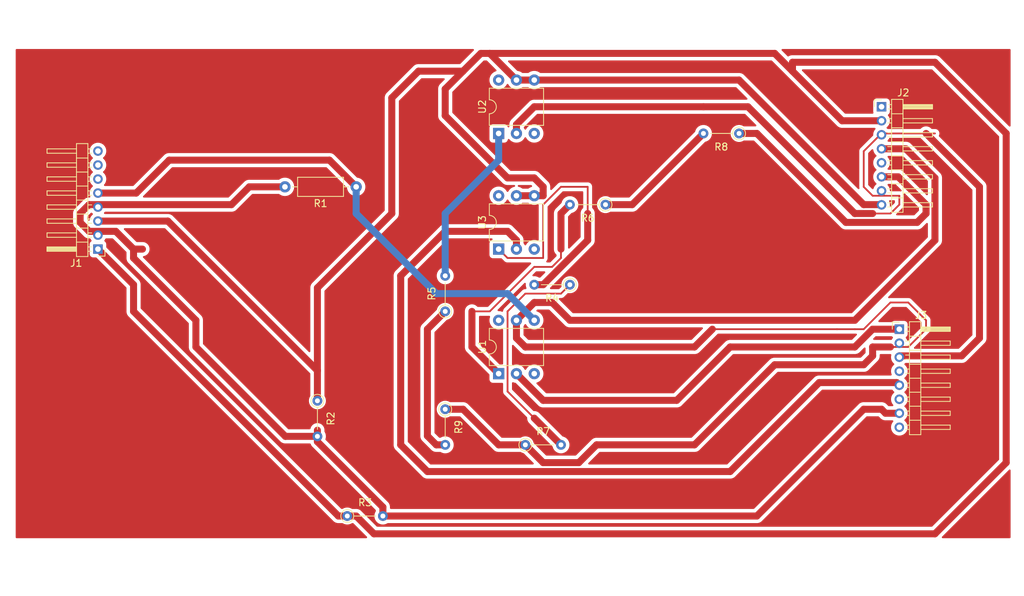
<source format=kicad_pcb>
(kicad_pcb (version 20171130) (host pcbnew "(5.1.4)-1")

  (general
    (thickness 1.6)
    (drawings 0)
    (tracks 183)
    (zones 0)
    (modules 15)
    (nets 23)
  )

  (page A4)
  (layers
    (0 F.Cu signal)
    (31 B.Cu signal)
    (32 B.Adhes user)
    (33 F.Adhes user)
    (34 B.Paste user)
    (35 F.Paste user)
    (36 B.SilkS user)
    (37 F.SilkS user)
    (38 B.Mask user)
    (39 F.Mask user)
    (40 Dwgs.User user)
    (41 Cmts.User user)
    (42 Eco1.User user)
    (43 Eco2.User user)
    (44 Edge.Cuts user)
    (45 Margin user)
    (46 B.CrtYd user)
    (47 F.CrtYd user)
    (48 B.Fab user)
    (49 F.Fab user)
  )

  (setup
    (last_trace_width 0.25)
    (user_trace_width 1)
    (trace_clearance 0.2)
    (zone_clearance 0.508)
    (zone_45_only no)
    (trace_min 0.2)
    (via_size 0.8)
    (via_drill 0.4)
    (via_min_size 0.4)
    (via_min_drill 0.3)
    (uvia_size 0.3)
    (uvia_drill 0.1)
    (uvias_allowed no)
    (uvia_min_size 0.2)
    (uvia_min_drill 0.1)
    (edge_width 0.05)
    (segment_width 0.2)
    (pcb_text_width 0.3)
    (pcb_text_size 1.5 1.5)
    (mod_edge_width 0.12)
    (mod_text_size 1 1)
    (mod_text_width 0.15)
    (pad_size 1.524 1.524)
    (pad_drill 0.762)
    (pad_to_mask_clearance 0.051)
    (solder_mask_min_width 0.25)
    (aux_axis_origin 0 0)
    (visible_elements 7FFFFFFF)
    (pcbplotparams
      (layerselection 0x010fc_ffffffff)
      (usegerberextensions false)
      (usegerberattributes false)
      (usegerberadvancedattributes false)
      (creategerberjobfile false)
      (excludeedgelayer true)
      (linewidth 0.100000)
      (plotframeref false)
      (viasonmask false)
      (mode 1)
      (useauxorigin false)
      (hpglpennumber 1)
      (hpglpenspeed 20)
      (hpglpendiameter 15.000000)
      (psnegative false)
      (psa4output false)
      (plotreference true)
      (plotvalue true)
      (plotinvisibletext false)
      (padsonsilk false)
      (subtractmaskfromsilk false)
      (outputformat 1)
      (mirror false)
      (drillshape 1)
      (scaleselection 1)
      (outputdirectory ""))
  )

  (net 0 "")
  (net 1 "Net-(J1-Pad4)")
  (net 2 "Net-(J1-Pad3)")
  (net 3 "Net-(J1-Pad2)")
  (net 4 "Net-(J1-Pad1)")
  (net 5 "Net-(J2-Pad4)")
  (net 6 "Net-(J2-Pad1)")
  (net 7 "Net-(J3-Pad4)")
  (net 8 "Net-(J3-Pad3)")
  (net 9 "Net-(J3-Pad2)")
  (net 10 "Net-(J3-Pad1)")
  (net 11 "Net-(R4-Pad2)")
  (net 12 "Net-(R4-Pad1)")
  (net 13 "Net-(R5-Pad2)")
  (net 14 "Net-(R5-Pad1)")
  (net 15 "Net-(R6-Pad2)")
  (net 16 "Net-(R6-Pad1)")
  (net 17 "Net-(U1-Pad6)")
  (net 18 "Net-(U1-Pad3)")
  (net 19 "Net-(U2-Pad6)")
  (net 20 "Net-(U2-Pad3)")
  (net 21 "Net-(U3-Pad6)")
  (net 22 "Net-(U3-Pad3)")

  (net_class Default "Esta es la clase de red por defecto."
    (clearance 0.2)
    (trace_width 0.25)
    (via_dia 0.8)
    (via_drill 0.4)
    (uvia_dia 0.3)
    (uvia_drill 0.1)
    (add_net "Net-(J1-Pad1)")
    (add_net "Net-(J1-Pad2)")
    (add_net "Net-(J1-Pad3)")
    (add_net "Net-(J1-Pad4)")
    (add_net "Net-(J2-Pad1)")
    (add_net "Net-(J2-Pad4)")
    (add_net "Net-(J3-Pad1)")
    (add_net "Net-(J3-Pad2)")
    (add_net "Net-(J3-Pad3)")
    (add_net "Net-(J3-Pad4)")
    (add_net "Net-(R4-Pad1)")
    (add_net "Net-(R4-Pad2)")
    (add_net "Net-(R5-Pad1)")
    (add_net "Net-(R5-Pad2)")
    (add_net "Net-(R6-Pad1)")
    (add_net "Net-(R6-Pad2)")
    (add_net "Net-(U1-Pad3)")
    (add_net "Net-(U1-Pad6)")
    (add_net "Net-(U2-Pad3)")
    (add_net "Net-(U2-Pad6)")
    (add_net "Net-(U3-Pad3)")
    (add_net "Net-(U3-Pad6)")
  )

  (module Connector_PinHeader_2.00mm:PinHeader_1x08_P2.00mm_Horizontal (layer F.Cu) (tedit 59FED667) (tstamp 5DC24160)
    (at 87.63 49.53 180)
    (descr "Through hole angled pin header, 1x08, 2.00mm pitch, 4.2mm pin length, single row")
    (tags "Through hole angled pin header THT 1x08 2.00mm single row")
    (path /5DC24F22)
    (fp_text reference J1 (at 3.1 -2) (layer F.SilkS)
      (effects (font (size 1 1) (thickness 0.15)))
    )
    (fp_text value Screw_Terminal_01x04 (at 3.1 16) (layer F.Fab)
      (effects (font (size 1 1) (thickness 0.15)))
    )
    (fp_text user %R (at 2.25 7 90) (layer F.Fab)
      (effects (font (size 0.9 0.9) (thickness 0.135)))
    )
    (fp_line (start 7.7 -1.5) (end -1.5 -1.5) (layer F.CrtYd) (width 0.05))
    (fp_line (start 7.7 15.5) (end 7.7 -1.5) (layer F.CrtYd) (width 0.05))
    (fp_line (start -1.5 15.5) (end 7.7 15.5) (layer F.CrtYd) (width 0.05))
    (fp_line (start -1.5 -1.5) (end -1.5 15.5) (layer F.CrtYd) (width 0.05))
    (fp_line (start -1 -1) (end 0 -1) (layer F.SilkS) (width 0.12))
    (fp_line (start -1 0) (end -1 -1) (layer F.SilkS) (width 0.12))
    (fp_line (start 0.882114 14.31) (end 1.44 14.31) (layer F.SilkS) (width 0.12))
    (fp_line (start 0.882114 13.69) (end 1.44 13.69) (layer F.SilkS) (width 0.12))
    (fp_line (start 7.26 14.31) (end 3.06 14.31) (layer F.SilkS) (width 0.12))
    (fp_line (start 7.26 13.69) (end 7.26 14.31) (layer F.SilkS) (width 0.12))
    (fp_line (start 3.06 13.69) (end 7.26 13.69) (layer F.SilkS) (width 0.12))
    (fp_line (start 1.44 13) (end 3.06 13) (layer F.SilkS) (width 0.12))
    (fp_line (start 0.882114 12.31) (end 1.44 12.31) (layer F.SilkS) (width 0.12))
    (fp_line (start 0.882114 11.69) (end 1.44 11.69) (layer F.SilkS) (width 0.12))
    (fp_line (start 7.26 12.31) (end 3.06 12.31) (layer F.SilkS) (width 0.12))
    (fp_line (start 7.26 11.69) (end 7.26 12.31) (layer F.SilkS) (width 0.12))
    (fp_line (start 3.06 11.69) (end 7.26 11.69) (layer F.SilkS) (width 0.12))
    (fp_line (start 1.44 11) (end 3.06 11) (layer F.SilkS) (width 0.12))
    (fp_line (start 0.882114 10.31) (end 1.44 10.31) (layer F.SilkS) (width 0.12))
    (fp_line (start 0.882114 9.69) (end 1.44 9.69) (layer F.SilkS) (width 0.12))
    (fp_line (start 7.26 10.31) (end 3.06 10.31) (layer F.SilkS) (width 0.12))
    (fp_line (start 7.26 9.69) (end 7.26 10.31) (layer F.SilkS) (width 0.12))
    (fp_line (start 3.06 9.69) (end 7.26 9.69) (layer F.SilkS) (width 0.12))
    (fp_line (start 1.44 9) (end 3.06 9) (layer F.SilkS) (width 0.12))
    (fp_line (start 0.882114 8.31) (end 1.44 8.31) (layer F.SilkS) (width 0.12))
    (fp_line (start 0.882114 7.69) (end 1.44 7.69) (layer F.SilkS) (width 0.12))
    (fp_line (start 7.26 8.31) (end 3.06 8.31) (layer F.SilkS) (width 0.12))
    (fp_line (start 7.26 7.69) (end 7.26 8.31) (layer F.SilkS) (width 0.12))
    (fp_line (start 3.06 7.69) (end 7.26 7.69) (layer F.SilkS) (width 0.12))
    (fp_line (start 1.44 7) (end 3.06 7) (layer F.SilkS) (width 0.12))
    (fp_line (start 0.882114 6.31) (end 1.44 6.31) (layer F.SilkS) (width 0.12))
    (fp_line (start 0.882114 5.69) (end 1.44 5.69) (layer F.SilkS) (width 0.12))
    (fp_line (start 7.26 6.31) (end 3.06 6.31) (layer F.SilkS) (width 0.12))
    (fp_line (start 7.26 5.69) (end 7.26 6.31) (layer F.SilkS) (width 0.12))
    (fp_line (start 3.06 5.69) (end 7.26 5.69) (layer F.SilkS) (width 0.12))
    (fp_line (start 1.44 5) (end 3.06 5) (layer F.SilkS) (width 0.12))
    (fp_line (start 0.882114 4.31) (end 1.44 4.31) (layer F.SilkS) (width 0.12))
    (fp_line (start 0.882114 3.69) (end 1.44 3.69) (layer F.SilkS) (width 0.12))
    (fp_line (start 7.26 4.31) (end 3.06 4.31) (layer F.SilkS) (width 0.12))
    (fp_line (start 7.26 3.69) (end 7.26 4.31) (layer F.SilkS) (width 0.12))
    (fp_line (start 3.06 3.69) (end 7.26 3.69) (layer F.SilkS) (width 0.12))
    (fp_line (start 1.44 3) (end 3.06 3) (layer F.SilkS) (width 0.12))
    (fp_line (start 0.882114 2.31) (end 1.44 2.31) (layer F.SilkS) (width 0.12))
    (fp_line (start 0.882114 1.69) (end 1.44 1.69) (layer F.SilkS) (width 0.12))
    (fp_line (start 7.26 2.31) (end 3.06 2.31) (layer F.SilkS) (width 0.12))
    (fp_line (start 7.26 1.69) (end 7.26 2.31) (layer F.SilkS) (width 0.12))
    (fp_line (start 3.06 1.69) (end 7.26 1.69) (layer F.SilkS) (width 0.12))
    (fp_line (start 1.44 1) (end 3.06 1) (layer F.SilkS) (width 0.12))
    (fp_line (start 0.935 0.31) (end 1.44 0.31) (layer F.SilkS) (width 0.12))
    (fp_line (start 0.935 -0.31) (end 1.44 -0.31) (layer F.SilkS) (width 0.12))
    (fp_line (start 3.06 0.23) (end 7.26 0.23) (layer F.SilkS) (width 0.12))
    (fp_line (start 3.06 0.11) (end 7.26 0.11) (layer F.SilkS) (width 0.12))
    (fp_line (start 3.06 -0.01) (end 7.26 -0.01) (layer F.SilkS) (width 0.12))
    (fp_line (start 3.06 -0.13) (end 7.26 -0.13) (layer F.SilkS) (width 0.12))
    (fp_line (start 3.06 -0.25) (end 7.26 -0.25) (layer F.SilkS) (width 0.12))
    (fp_line (start 7.26 0.31) (end 3.06 0.31) (layer F.SilkS) (width 0.12))
    (fp_line (start 7.26 -0.31) (end 7.26 0.31) (layer F.SilkS) (width 0.12))
    (fp_line (start 3.06 -0.31) (end 7.26 -0.31) (layer F.SilkS) (width 0.12))
    (fp_line (start 3.06 -1.06) (end 1.44 -1.06) (layer F.SilkS) (width 0.12))
    (fp_line (start 3.06 15.06) (end 3.06 -1.06) (layer F.SilkS) (width 0.12))
    (fp_line (start 1.44 15.06) (end 3.06 15.06) (layer F.SilkS) (width 0.12))
    (fp_line (start 1.44 -1.06) (end 1.44 15.06) (layer F.SilkS) (width 0.12))
    (fp_line (start 3 14.25) (end 7.2 14.25) (layer F.Fab) (width 0.1))
    (fp_line (start 7.2 13.75) (end 7.2 14.25) (layer F.Fab) (width 0.1))
    (fp_line (start 3 13.75) (end 7.2 13.75) (layer F.Fab) (width 0.1))
    (fp_line (start -0.25 14.25) (end 1.5 14.25) (layer F.Fab) (width 0.1))
    (fp_line (start -0.25 13.75) (end -0.25 14.25) (layer F.Fab) (width 0.1))
    (fp_line (start -0.25 13.75) (end 1.5 13.75) (layer F.Fab) (width 0.1))
    (fp_line (start 3 12.25) (end 7.2 12.25) (layer F.Fab) (width 0.1))
    (fp_line (start 7.2 11.75) (end 7.2 12.25) (layer F.Fab) (width 0.1))
    (fp_line (start 3 11.75) (end 7.2 11.75) (layer F.Fab) (width 0.1))
    (fp_line (start -0.25 12.25) (end 1.5 12.25) (layer F.Fab) (width 0.1))
    (fp_line (start -0.25 11.75) (end -0.25 12.25) (layer F.Fab) (width 0.1))
    (fp_line (start -0.25 11.75) (end 1.5 11.75) (layer F.Fab) (width 0.1))
    (fp_line (start 3 10.25) (end 7.2 10.25) (layer F.Fab) (width 0.1))
    (fp_line (start 7.2 9.75) (end 7.2 10.25) (layer F.Fab) (width 0.1))
    (fp_line (start 3 9.75) (end 7.2 9.75) (layer F.Fab) (width 0.1))
    (fp_line (start -0.25 10.25) (end 1.5 10.25) (layer F.Fab) (width 0.1))
    (fp_line (start -0.25 9.75) (end -0.25 10.25) (layer F.Fab) (width 0.1))
    (fp_line (start -0.25 9.75) (end 1.5 9.75) (layer F.Fab) (width 0.1))
    (fp_line (start 3 8.25) (end 7.2 8.25) (layer F.Fab) (width 0.1))
    (fp_line (start 7.2 7.75) (end 7.2 8.25) (layer F.Fab) (width 0.1))
    (fp_line (start 3 7.75) (end 7.2 7.75) (layer F.Fab) (width 0.1))
    (fp_line (start -0.25 8.25) (end 1.5 8.25) (layer F.Fab) (width 0.1))
    (fp_line (start -0.25 7.75) (end -0.25 8.25) (layer F.Fab) (width 0.1))
    (fp_line (start -0.25 7.75) (end 1.5 7.75) (layer F.Fab) (width 0.1))
    (fp_line (start 3 6.25) (end 7.2 6.25) (layer F.Fab) (width 0.1))
    (fp_line (start 7.2 5.75) (end 7.2 6.25) (layer F.Fab) (width 0.1))
    (fp_line (start 3 5.75) (end 7.2 5.75) (layer F.Fab) (width 0.1))
    (fp_line (start -0.25 6.25) (end 1.5 6.25) (layer F.Fab) (width 0.1))
    (fp_line (start -0.25 5.75) (end -0.25 6.25) (layer F.Fab) (width 0.1))
    (fp_line (start -0.25 5.75) (end 1.5 5.75) (layer F.Fab) (width 0.1))
    (fp_line (start 3 4.25) (end 7.2 4.25) (layer F.Fab) (width 0.1))
    (fp_line (start 7.2 3.75) (end 7.2 4.25) (layer F.Fab) (width 0.1))
    (fp_line (start 3 3.75) (end 7.2 3.75) (layer F.Fab) (width 0.1))
    (fp_line (start -0.25 4.25) (end 1.5 4.25) (layer F.Fab) (width 0.1))
    (fp_line (start -0.25 3.75) (end -0.25 4.25) (layer F.Fab) (width 0.1))
    (fp_line (start -0.25 3.75) (end 1.5 3.75) (layer F.Fab) (width 0.1))
    (fp_line (start 3 2.25) (end 7.2 2.25) (layer F.Fab) (width 0.1))
    (fp_line (start 7.2 1.75) (end 7.2 2.25) (layer F.Fab) (width 0.1))
    (fp_line (start 3 1.75) (end 7.2 1.75) (layer F.Fab) (width 0.1))
    (fp_line (start -0.25 2.25) (end 1.5 2.25) (layer F.Fab) (width 0.1))
    (fp_line (start -0.25 1.75) (end -0.25 2.25) (layer F.Fab) (width 0.1))
    (fp_line (start -0.25 1.75) (end 1.5 1.75) (layer F.Fab) (width 0.1))
    (fp_line (start 3 0.25) (end 7.2 0.25) (layer F.Fab) (width 0.1))
    (fp_line (start 7.2 -0.25) (end 7.2 0.25) (layer F.Fab) (width 0.1))
    (fp_line (start 3 -0.25) (end 7.2 -0.25) (layer F.Fab) (width 0.1))
    (fp_line (start -0.25 0.25) (end 1.5 0.25) (layer F.Fab) (width 0.1))
    (fp_line (start -0.25 -0.25) (end -0.25 0.25) (layer F.Fab) (width 0.1))
    (fp_line (start -0.25 -0.25) (end 1.5 -0.25) (layer F.Fab) (width 0.1))
    (fp_line (start 1.5 -0.625) (end 1.875 -1) (layer F.Fab) (width 0.1))
    (fp_line (start 1.5 15) (end 1.5 -0.625) (layer F.Fab) (width 0.1))
    (fp_line (start 3 15) (end 1.5 15) (layer F.Fab) (width 0.1))
    (fp_line (start 3 -1) (end 3 15) (layer F.Fab) (width 0.1))
    (fp_line (start 1.875 -1) (end 3 -1) (layer F.Fab) (width 0.1))
    (pad 8 thru_hole oval (at 0 14 180) (size 1.35 1.35) (drill 0.8) (layers *.Cu *.Mask))
    (pad 7 thru_hole oval (at 0 12 180) (size 1.35 1.35) (drill 0.8) (layers *.Cu *.Mask))
    (pad 6 thru_hole oval (at 0 10 180) (size 1.35 1.35) (drill 0.8) (layers *.Cu *.Mask))
    (pad 5 thru_hole oval (at 0 8 180) (size 1.35 1.35) (drill 0.8) (layers *.Cu *.Mask))
    (pad 4 thru_hole oval (at 0 6 180) (size 1.35 1.35) (drill 0.8) (layers *.Cu *.Mask)
      (net 1 "Net-(J1-Pad4)"))
    (pad 3 thru_hole oval (at 0 4 180) (size 1.35 1.35) (drill 0.8) (layers *.Cu *.Mask)
      (net 2 "Net-(J1-Pad3)"))
    (pad 2 thru_hole oval (at 0 2 180) (size 1.35 1.35) (drill 0.8) (layers *.Cu *.Mask)
      (net 3 "Net-(J1-Pad2)"))
    (pad 1 thru_hole rect (at 0 0 180) (size 1.35 1.35) (drill 0.8) (layers *.Cu *.Mask)
      (net 4 "Net-(J1-Pad1)"))
    (model ${KISYS3DMOD}/Connector_PinHeader_2.00mm.3dshapes/PinHeader_1x08_P2.00mm_Horizontal.wrl
      (at (xyz 0 0 0))
      (scale (xyz 1 1 1))
      (rotate (xyz 0 0 0))
    )
  )

  (module Connector_PinHeader_2.00mm:PinHeader_1x08_P2.00mm_Horizontal (layer F.Cu) (tedit 59FED667) (tstamp 5DC241E0)
    (at 199.39 29.21)
    (descr "Through hole angled pin header, 1x08, 2.00mm pitch, 4.2mm pin length, single row")
    (tags "Through hole angled pin header THT 1x08 2.00mm single row")
    (path /5DC2539B)
    (fp_text reference J2 (at 3.1 -2) (layer F.SilkS)
      (effects (font (size 1 1) (thickness 0.15)))
    )
    (fp_text value Screw_Terminal_01x04 (at 3.1 16) (layer F.Fab)
      (effects (font (size 1 1) (thickness 0.15)))
    )
    (fp_text user %R (at 2.25 7 90) (layer F.Fab)
      (effects (font (size 0.9 0.9) (thickness 0.135)))
    )
    (fp_line (start 7.7 -1.5) (end -1.5 -1.5) (layer F.CrtYd) (width 0.05))
    (fp_line (start 7.7 15.5) (end 7.7 -1.5) (layer F.CrtYd) (width 0.05))
    (fp_line (start -1.5 15.5) (end 7.7 15.5) (layer F.CrtYd) (width 0.05))
    (fp_line (start -1.5 -1.5) (end -1.5 15.5) (layer F.CrtYd) (width 0.05))
    (fp_line (start -1 -1) (end 0 -1) (layer F.SilkS) (width 0.12))
    (fp_line (start -1 0) (end -1 -1) (layer F.SilkS) (width 0.12))
    (fp_line (start 0.882114 14.31) (end 1.44 14.31) (layer F.SilkS) (width 0.12))
    (fp_line (start 0.882114 13.69) (end 1.44 13.69) (layer F.SilkS) (width 0.12))
    (fp_line (start 7.26 14.31) (end 3.06 14.31) (layer F.SilkS) (width 0.12))
    (fp_line (start 7.26 13.69) (end 7.26 14.31) (layer F.SilkS) (width 0.12))
    (fp_line (start 3.06 13.69) (end 7.26 13.69) (layer F.SilkS) (width 0.12))
    (fp_line (start 1.44 13) (end 3.06 13) (layer F.SilkS) (width 0.12))
    (fp_line (start 0.882114 12.31) (end 1.44 12.31) (layer F.SilkS) (width 0.12))
    (fp_line (start 0.882114 11.69) (end 1.44 11.69) (layer F.SilkS) (width 0.12))
    (fp_line (start 7.26 12.31) (end 3.06 12.31) (layer F.SilkS) (width 0.12))
    (fp_line (start 7.26 11.69) (end 7.26 12.31) (layer F.SilkS) (width 0.12))
    (fp_line (start 3.06 11.69) (end 7.26 11.69) (layer F.SilkS) (width 0.12))
    (fp_line (start 1.44 11) (end 3.06 11) (layer F.SilkS) (width 0.12))
    (fp_line (start 0.882114 10.31) (end 1.44 10.31) (layer F.SilkS) (width 0.12))
    (fp_line (start 0.882114 9.69) (end 1.44 9.69) (layer F.SilkS) (width 0.12))
    (fp_line (start 7.26 10.31) (end 3.06 10.31) (layer F.SilkS) (width 0.12))
    (fp_line (start 7.26 9.69) (end 7.26 10.31) (layer F.SilkS) (width 0.12))
    (fp_line (start 3.06 9.69) (end 7.26 9.69) (layer F.SilkS) (width 0.12))
    (fp_line (start 1.44 9) (end 3.06 9) (layer F.SilkS) (width 0.12))
    (fp_line (start 0.882114 8.31) (end 1.44 8.31) (layer F.SilkS) (width 0.12))
    (fp_line (start 0.882114 7.69) (end 1.44 7.69) (layer F.SilkS) (width 0.12))
    (fp_line (start 7.26 8.31) (end 3.06 8.31) (layer F.SilkS) (width 0.12))
    (fp_line (start 7.26 7.69) (end 7.26 8.31) (layer F.SilkS) (width 0.12))
    (fp_line (start 3.06 7.69) (end 7.26 7.69) (layer F.SilkS) (width 0.12))
    (fp_line (start 1.44 7) (end 3.06 7) (layer F.SilkS) (width 0.12))
    (fp_line (start 0.882114 6.31) (end 1.44 6.31) (layer F.SilkS) (width 0.12))
    (fp_line (start 0.882114 5.69) (end 1.44 5.69) (layer F.SilkS) (width 0.12))
    (fp_line (start 7.26 6.31) (end 3.06 6.31) (layer F.SilkS) (width 0.12))
    (fp_line (start 7.26 5.69) (end 7.26 6.31) (layer F.SilkS) (width 0.12))
    (fp_line (start 3.06 5.69) (end 7.26 5.69) (layer F.SilkS) (width 0.12))
    (fp_line (start 1.44 5) (end 3.06 5) (layer F.SilkS) (width 0.12))
    (fp_line (start 0.882114 4.31) (end 1.44 4.31) (layer F.SilkS) (width 0.12))
    (fp_line (start 0.882114 3.69) (end 1.44 3.69) (layer F.SilkS) (width 0.12))
    (fp_line (start 7.26 4.31) (end 3.06 4.31) (layer F.SilkS) (width 0.12))
    (fp_line (start 7.26 3.69) (end 7.26 4.31) (layer F.SilkS) (width 0.12))
    (fp_line (start 3.06 3.69) (end 7.26 3.69) (layer F.SilkS) (width 0.12))
    (fp_line (start 1.44 3) (end 3.06 3) (layer F.SilkS) (width 0.12))
    (fp_line (start 0.882114 2.31) (end 1.44 2.31) (layer F.SilkS) (width 0.12))
    (fp_line (start 0.882114 1.69) (end 1.44 1.69) (layer F.SilkS) (width 0.12))
    (fp_line (start 7.26 2.31) (end 3.06 2.31) (layer F.SilkS) (width 0.12))
    (fp_line (start 7.26 1.69) (end 7.26 2.31) (layer F.SilkS) (width 0.12))
    (fp_line (start 3.06 1.69) (end 7.26 1.69) (layer F.SilkS) (width 0.12))
    (fp_line (start 1.44 1) (end 3.06 1) (layer F.SilkS) (width 0.12))
    (fp_line (start 0.935 0.31) (end 1.44 0.31) (layer F.SilkS) (width 0.12))
    (fp_line (start 0.935 -0.31) (end 1.44 -0.31) (layer F.SilkS) (width 0.12))
    (fp_line (start 3.06 0.23) (end 7.26 0.23) (layer F.SilkS) (width 0.12))
    (fp_line (start 3.06 0.11) (end 7.26 0.11) (layer F.SilkS) (width 0.12))
    (fp_line (start 3.06 -0.01) (end 7.26 -0.01) (layer F.SilkS) (width 0.12))
    (fp_line (start 3.06 -0.13) (end 7.26 -0.13) (layer F.SilkS) (width 0.12))
    (fp_line (start 3.06 -0.25) (end 7.26 -0.25) (layer F.SilkS) (width 0.12))
    (fp_line (start 7.26 0.31) (end 3.06 0.31) (layer F.SilkS) (width 0.12))
    (fp_line (start 7.26 -0.31) (end 7.26 0.31) (layer F.SilkS) (width 0.12))
    (fp_line (start 3.06 -0.31) (end 7.26 -0.31) (layer F.SilkS) (width 0.12))
    (fp_line (start 3.06 -1.06) (end 1.44 -1.06) (layer F.SilkS) (width 0.12))
    (fp_line (start 3.06 15.06) (end 3.06 -1.06) (layer F.SilkS) (width 0.12))
    (fp_line (start 1.44 15.06) (end 3.06 15.06) (layer F.SilkS) (width 0.12))
    (fp_line (start 1.44 -1.06) (end 1.44 15.06) (layer F.SilkS) (width 0.12))
    (fp_line (start 3 14.25) (end 7.2 14.25) (layer F.Fab) (width 0.1))
    (fp_line (start 7.2 13.75) (end 7.2 14.25) (layer F.Fab) (width 0.1))
    (fp_line (start 3 13.75) (end 7.2 13.75) (layer F.Fab) (width 0.1))
    (fp_line (start -0.25 14.25) (end 1.5 14.25) (layer F.Fab) (width 0.1))
    (fp_line (start -0.25 13.75) (end -0.25 14.25) (layer F.Fab) (width 0.1))
    (fp_line (start -0.25 13.75) (end 1.5 13.75) (layer F.Fab) (width 0.1))
    (fp_line (start 3 12.25) (end 7.2 12.25) (layer F.Fab) (width 0.1))
    (fp_line (start 7.2 11.75) (end 7.2 12.25) (layer F.Fab) (width 0.1))
    (fp_line (start 3 11.75) (end 7.2 11.75) (layer F.Fab) (width 0.1))
    (fp_line (start -0.25 12.25) (end 1.5 12.25) (layer F.Fab) (width 0.1))
    (fp_line (start -0.25 11.75) (end -0.25 12.25) (layer F.Fab) (width 0.1))
    (fp_line (start -0.25 11.75) (end 1.5 11.75) (layer F.Fab) (width 0.1))
    (fp_line (start 3 10.25) (end 7.2 10.25) (layer F.Fab) (width 0.1))
    (fp_line (start 7.2 9.75) (end 7.2 10.25) (layer F.Fab) (width 0.1))
    (fp_line (start 3 9.75) (end 7.2 9.75) (layer F.Fab) (width 0.1))
    (fp_line (start -0.25 10.25) (end 1.5 10.25) (layer F.Fab) (width 0.1))
    (fp_line (start -0.25 9.75) (end -0.25 10.25) (layer F.Fab) (width 0.1))
    (fp_line (start -0.25 9.75) (end 1.5 9.75) (layer F.Fab) (width 0.1))
    (fp_line (start 3 8.25) (end 7.2 8.25) (layer F.Fab) (width 0.1))
    (fp_line (start 7.2 7.75) (end 7.2 8.25) (layer F.Fab) (width 0.1))
    (fp_line (start 3 7.75) (end 7.2 7.75) (layer F.Fab) (width 0.1))
    (fp_line (start -0.25 8.25) (end 1.5 8.25) (layer F.Fab) (width 0.1))
    (fp_line (start -0.25 7.75) (end -0.25 8.25) (layer F.Fab) (width 0.1))
    (fp_line (start -0.25 7.75) (end 1.5 7.75) (layer F.Fab) (width 0.1))
    (fp_line (start 3 6.25) (end 7.2 6.25) (layer F.Fab) (width 0.1))
    (fp_line (start 7.2 5.75) (end 7.2 6.25) (layer F.Fab) (width 0.1))
    (fp_line (start 3 5.75) (end 7.2 5.75) (layer F.Fab) (width 0.1))
    (fp_line (start -0.25 6.25) (end 1.5 6.25) (layer F.Fab) (width 0.1))
    (fp_line (start -0.25 5.75) (end -0.25 6.25) (layer F.Fab) (width 0.1))
    (fp_line (start -0.25 5.75) (end 1.5 5.75) (layer F.Fab) (width 0.1))
    (fp_line (start 3 4.25) (end 7.2 4.25) (layer F.Fab) (width 0.1))
    (fp_line (start 7.2 3.75) (end 7.2 4.25) (layer F.Fab) (width 0.1))
    (fp_line (start 3 3.75) (end 7.2 3.75) (layer F.Fab) (width 0.1))
    (fp_line (start -0.25 4.25) (end 1.5 4.25) (layer F.Fab) (width 0.1))
    (fp_line (start -0.25 3.75) (end -0.25 4.25) (layer F.Fab) (width 0.1))
    (fp_line (start -0.25 3.75) (end 1.5 3.75) (layer F.Fab) (width 0.1))
    (fp_line (start 3 2.25) (end 7.2 2.25) (layer F.Fab) (width 0.1))
    (fp_line (start 7.2 1.75) (end 7.2 2.25) (layer F.Fab) (width 0.1))
    (fp_line (start 3 1.75) (end 7.2 1.75) (layer F.Fab) (width 0.1))
    (fp_line (start -0.25 2.25) (end 1.5 2.25) (layer F.Fab) (width 0.1))
    (fp_line (start -0.25 1.75) (end -0.25 2.25) (layer F.Fab) (width 0.1))
    (fp_line (start -0.25 1.75) (end 1.5 1.75) (layer F.Fab) (width 0.1))
    (fp_line (start 3 0.25) (end 7.2 0.25) (layer F.Fab) (width 0.1))
    (fp_line (start 7.2 -0.25) (end 7.2 0.25) (layer F.Fab) (width 0.1))
    (fp_line (start 3 -0.25) (end 7.2 -0.25) (layer F.Fab) (width 0.1))
    (fp_line (start -0.25 0.25) (end 1.5 0.25) (layer F.Fab) (width 0.1))
    (fp_line (start -0.25 -0.25) (end -0.25 0.25) (layer F.Fab) (width 0.1))
    (fp_line (start -0.25 -0.25) (end 1.5 -0.25) (layer F.Fab) (width 0.1))
    (fp_line (start 1.5 -0.625) (end 1.875 -1) (layer F.Fab) (width 0.1))
    (fp_line (start 1.5 15) (end 1.5 -0.625) (layer F.Fab) (width 0.1))
    (fp_line (start 3 15) (end 1.5 15) (layer F.Fab) (width 0.1))
    (fp_line (start 3 -1) (end 3 15) (layer F.Fab) (width 0.1))
    (fp_line (start 1.875 -1) (end 3 -1) (layer F.Fab) (width 0.1))
    (pad 8 thru_hole oval (at 0 14) (size 1.35 1.35) (drill 0.8) (layers *.Cu *.Mask))
    (pad 7 thru_hole oval (at 0 12) (size 1.35 1.35) (drill 0.8) (layers *.Cu *.Mask))
    (pad 6 thru_hole oval (at 0 10) (size 1.35 1.35) (drill 0.8) (layers *.Cu *.Mask))
    (pad 5 thru_hole oval (at 0 8) (size 1.35 1.35) (drill 0.8) (layers *.Cu *.Mask))
    (pad 4 thru_hole oval (at 0 6) (size 1.35 1.35) (drill 0.8) (layers *.Cu *.Mask)
      (net 5 "Net-(J2-Pad4)"))
    (pad 3 thru_hole oval (at 0 4) (size 1.35 1.35) (drill 0.8) (layers *.Cu *.Mask)
      (net 3 "Net-(J1-Pad2)"))
    (pad 2 thru_hole oval (at 0 2) (size 1.35 1.35) (drill 0.8) (layers *.Cu *.Mask)
      (net 2 "Net-(J1-Pad3)"))
    (pad 1 thru_hole rect (at 0 0) (size 1.35 1.35) (drill 0.8) (layers *.Cu *.Mask)
      (net 6 "Net-(J2-Pad1)"))
    (model ${KISYS3DMOD}/Connector_PinHeader_2.00mm.3dshapes/PinHeader_1x08_P2.00mm_Horizontal.wrl
      (at (xyz 0 0 0))
      (scale (xyz 1 1 1))
      (rotate (xyz 0 0 0))
    )
  )

  (module Connector_PinHeader_2.00mm:PinHeader_1x08_P2.00mm_Horizontal (layer F.Cu) (tedit 59FED667) (tstamp 5DC24260)
    (at 201.93 60.96)
    (descr "Through hole angled pin header, 1x08, 2.00mm pitch, 4.2mm pin length, single row")
    (tags "Through hole angled pin header THT 1x08 2.00mm single row")
    (path /5DC2585D)
    (fp_text reference J3 (at 3.1 -2) (layer F.SilkS)
      (effects (font (size 1 1) (thickness 0.15)))
    )
    (fp_text value Screw_Terminal_01x04 (at 3.1 16) (layer F.Fab)
      (effects (font (size 1 1) (thickness 0.15)))
    )
    (fp_text user %R (at 2.25 7 90) (layer F.Fab)
      (effects (font (size 0.9 0.9) (thickness 0.135)))
    )
    (fp_line (start 7.7 -1.5) (end -1.5 -1.5) (layer F.CrtYd) (width 0.05))
    (fp_line (start 7.7 15.5) (end 7.7 -1.5) (layer F.CrtYd) (width 0.05))
    (fp_line (start -1.5 15.5) (end 7.7 15.5) (layer F.CrtYd) (width 0.05))
    (fp_line (start -1.5 -1.5) (end -1.5 15.5) (layer F.CrtYd) (width 0.05))
    (fp_line (start -1 -1) (end 0 -1) (layer F.SilkS) (width 0.12))
    (fp_line (start -1 0) (end -1 -1) (layer F.SilkS) (width 0.12))
    (fp_line (start 0.882114 14.31) (end 1.44 14.31) (layer F.SilkS) (width 0.12))
    (fp_line (start 0.882114 13.69) (end 1.44 13.69) (layer F.SilkS) (width 0.12))
    (fp_line (start 7.26 14.31) (end 3.06 14.31) (layer F.SilkS) (width 0.12))
    (fp_line (start 7.26 13.69) (end 7.26 14.31) (layer F.SilkS) (width 0.12))
    (fp_line (start 3.06 13.69) (end 7.26 13.69) (layer F.SilkS) (width 0.12))
    (fp_line (start 1.44 13) (end 3.06 13) (layer F.SilkS) (width 0.12))
    (fp_line (start 0.882114 12.31) (end 1.44 12.31) (layer F.SilkS) (width 0.12))
    (fp_line (start 0.882114 11.69) (end 1.44 11.69) (layer F.SilkS) (width 0.12))
    (fp_line (start 7.26 12.31) (end 3.06 12.31) (layer F.SilkS) (width 0.12))
    (fp_line (start 7.26 11.69) (end 7.26 12.31) (layer F.SilkS) (width 0.12))
    (fp_line (start 3.06 11.69) (end 7.26 11.69) (layer F.SilkS) (width 0.12))
    (fp_line (start 1.44 11) (end 3.06 11) (layer F.SilkS) (width 0.12))
    (fp_line (start 0.882114 10.31) (end 1.44 10.31) (layer F.SilkS) (width 0.12))
    (fp_line (start 0.882114 9.69) (end 1.44 9.69) (layer F.SilkS) (width 0.12))
    (fp_line (start 7.26 10.31) (end 3.06 10.31) (layer F.SilkS) (width 0.12))
    (fp_line (start 7.26 9.69) (end 7.26 10.31) (layer F.SilkS) (width 0.12))
    (fp_line (start 3.06 9.69) (end 7.26 9.69) (layer F.SilkS) (width 0.12))
    (fp_line (start 1.44 9) (end 3.06 9) (layer F.SilkS) (width 0.12))
    (fp_line (start 0.882114 8.31) (end 1.44 8.31) (layer F.SilkS) (width 0.12))
    (fp_line (start 0.882114 7.69) (end 1.44 7.69) (layer F.SilkS) (width 0.12))
    (fp_line (start 7.26 8.31) (end 3.06 8.31) (layer F.SilkS) (width 0.12))
    (fp_line (start 7.26 7.69) (end 7.26 8.31) (layer F.SilkS) (width 0.12))
    (fp_line (start 3.06 7.69) (end 7.26 7.69) (layer F.SilkS) (width 0.12))
    (fp_line (start 1.44 7) (end 3.06 7) (layer F.SilkS) (width 0.12))
    (fp_line (start 0.882114 6.31) (end 1.44 6.31) (layer F.SilkS) (width 0.12))
    (fp_line (start 0.882114 5.69) (end 1.44 5.69) (layer F.SilkS) (width 0.12))
    (fp_line (start 7.26 6.31) (end 3.06 6.31) (layer F.SilkS) (width 0.12))
    (fp_line (start 7.26 5.69) (end 7.26 6.31) (layer F.SilkS) (width 0.12))
    (fp_line (start 3.06 5.69) (end 7.26 5.69) (layer F.SilkS) (width 0.12))
    (fp_line (start 1.44 5) (end 3.06 5) (layer F.SilkS) (width 0.12))
    (fp_line (start 0.882114 4.31) (end 1.44 4.31) (layer F.SilkS) (width 0.12))
    (fp_line (start 0.882114 3.69) (end 1.44 3.69) (layer F.SilkS) (width 0.12))
    (fp_line (start 7.26 4.31) (end 3.06 4.31) (layer F.SilkS) (width 0.12))
    (fp_line (start 7.26 3.69) (end 7.26 4.31) (layer F.SilkS) (width 0.12))
    (fp_line (start 3.06 3.69) (end 7.26 3.69) (layer F.SilkS) (width 0.12))
    (fp_line (start 1.44 3) (end 3.06 3) (layer F.SilkS) (width 0.12))
    (fp_line (start 0.882114 2.31) (end 1.44 2.31) (layer F.SilkS) (width 0.12))
    (fp_line (start 0.882114 1.69) (end 1.44 1.69) (layer F.SilkS) (width 0.12))
    (fp_line (start 7.26 2.31) (end 3.06 2.31) (layer F.SilkS) (width 0.12))
    (fp_line (start 7.26 1.69) (end 7.26 2.31) (layer F.SilkS) (width 0.12))
    (fp_line (start 3.06 1.69) (end 7.26 1.69) (layer F.SilkS) (width 0.12))
    (fp_line (start 1.44 1) (end 3.06 1) (layer F.SilkS) (width 0.12))
    (fp_line (start 0.935 0.31) (end 1.44 0.31) (layer F.SilkS) (width 0.12))
    (fp_line (start 0.935 -0.31) (end 1.44 -0.31) (layer F.SilkS) (width 0.12))
    (fp_line (start 3.06 0.23) (end 7.26 0.23) (layer F.SilkS) (width 0.12))
    (fp_line (start 3.06 0.11) (end 7.26 0.11) (layer F.SilkS) (width 0.12))
    (fp_line (start 3.06 -0.01) (end 7.26 -0.01) (layer F.SilkS) (width 0.12))
    (fp_line (start 3.06 -0.13) (end 7.26 -0.13) (layer F.SilkS) (width 0.12))
    (fp_line (start 3.06 -0.25) (end 7.26 -0.25) (layer F.SilkS) (width 0.12))
    (fp_line (start 7.26 0.31) (end 3.06 0.31) (layer F.SilkS) (width 0.12))
    (fp_line (start 7.26 -0.31) (end 7.26 0.31) (layer F.SilkS) (width 0.12))
    (fp_line (start 3.06 -0.31) (end 7.26 -0.31) (layer F.SilkS) (width 0.12))
    (fp_line (start 3.06 -1.06) (end 1.44 -1.06) (layer F.SilkS) (width 0.12))
    (fp_line (start 3.06 15.06) (end 3.06 -1.06) (layer F.SilkS) (width 0.12))
    (fp_line (start 1.44 15.06) (end 3.06 15.06) (layer F.SilkS) (width 0.12))
    (fp_line (start 1.44 -1.06) (end 1.44 15.06) (layer F.SilkS) (width 0.12))
    (fp_line (start 3 14.25) (end 7.2 14.25) (layer F.Fab) (width 0.1))
    (fp_line (start 7.2 13.75) (end 7.2 14.25) (layer F.Fab) (width 0.1))
    (fp_line (start 3 13.75) (end 7.2 13.75) (layer F.Fab) (width 0.1))
    (fp_line (start -0.25 14.25) (end 1.5 14.25) (layer F.Fab) (width 0.1))
    (fp_line (start -0.25 13.75) (end -0.25 14.25) (layer F.Fab) (width 0.1))
    (fp_line (start -0.25 13.75) (end 1.5 13.75) (layer F.Fab) (width 0.1))
    (fp_line (start 3 12.25) (end 7.2 12.25) (layer F.Fab) (width 0.1))
    (fp_line (start 7.2 11.75) (end 7.2 12.25) (layer F.Fab) (width 0.1))
    (fp_line (start 3 11.75) (end 7.2 11.75) (layer F.Fab) (width 0.1))
    (fp_line (start -0.25 12.25) (end 1.5 12.25) (layer F.Fab) (width 0.1))
    (fp_line (start -0.25 11.75) (end -0.25 12.25) (layer F.Fab) (width 0.1))
    (fp_line (start -0.25 11.75) (end 1.5 11.75) (layer F.Fab) (width 0.1))
    (fp_line (start 3 10.25) (end 7.2 10.25) (layer F.Fab) (width 0.1))
    (fp_line (start 7.2 9.75) (end 7.2 10.25) (layer F.Fab) (width 0.1))
    (fp_line (start 3 9.75) (end 7.2 9.75) (layer F.Fab) (width 0.1))
    (fp_line (start -0.25 10.25) (end 1.5 10.25) (layer F.Fab) (width 0.1))
    (fp_line (start -0.25 9.75) (end -0.25 10.25) (layer F.Fab) (width 0.1))
    (fp_line (start -0.25 9.75) (end 1.5 9.75) (layer F.Fab) (width 0.1))
    (fp_line (start 3 8.25) (end 7.2 8.25) (layer F.Fab) (width 0.1))
    (fp_line (start 7.2 7.75) (end 7.2 8.25) (layer F.Fab) (width 0.1))
    (fp_line (start 3 7.75) (end 7.2 7.75) (layer F.Fab) (width 0.1))
    (fp_line (start -0.25 8.25) (end 1.5 8.25) (layer F.Fab) (width 0.1))
    (fp_line (start -0.25 7.75) (end -0.25 8.25) (layer F.Fab) (width 0.1))
    (fp_line (start -0.25 7.75) (end 1.5 7.75) (layer F.Fab) (width 0.1))
    (fp_line (start 3 6.25) (end 7.2 6.25) (layer F.Fab) (width 0.1))
    (fp_line (start 7.2 5.75) (end 7.2 6.25) (layer F.Fab) (width 0.1))
    (fp_line (start 3 5.75) (end 7.2 5.75) (layer F.Fab) (width 0.1))
    (fp_line (start -0.25 6.25) (end 1.5 6.25) (layer F.Fab) (width 0.1))
    (fp_line (start -0.25 5.75) (end -0.25 6.25) (layer F.Fab) (width 0.1))
    (fp_line (start -0.25 5.75) (end 1.5 5.75) (layer F.Fab) (width 0.1))
    (fp_line (start 3 4.25) (end 7.2 4.25) (layer F.Fab) (width 0.1))
    (fp_line (start 7.2 3.75) (end 7.2 4.25) (layer F.Fab) (width 0.1))
    (fp_line (start 3 3.75) (end 7.2 3.75) (layer F.Fab) (width 0.1))
    (fp_line (start -0.25 4.25) (end 1.5 4.25) (layer F.Fab) (width 0.1))
    (fp_line (start -0.25 3.75) (end -0.25 4.25) (layer F.Fab) (width 0.1))
    (fp_line (start -0.25 3.75) (end 1.5 3.75) (layer F.Fab) (width 0.1))
    (fp_line (start 3 2.25) (end 7.2 2.25) (layer F.Fab) (width 0.1))
    (fp_line (start 7.2 1.75) (end 7.2 2.25) (layer F.Fab) (width 0.1))
    (fp_line (start 3 1.75) (end 7.2 1.75) (layer F.Fab) (width 0.1))
    (fp_line (start -0.25 2.25) (end 1.5 2.25) (layer F.Fab) (width 0.1))
    (fp_line (start -0.25 1.75) (end -0.25 2.25) (layer F.Fab) (width 0.1))
    (fp_line (start -0.25 1.75) (end 1.5 1.75) (layer F.Fab) (width 0.1))
    (fp_line (start 3 0.25) (end 7.2 0.25) (layer F.Fab) (width 0.1))
    (fp_line (start 7.2 -0.25) (end 7.2 0.25) (layer F.Fab) (width 0.1))
    (fp_line (start 3 -0.25) (end 7.2 -0.25) (layer F.Fab) (width 0.1))
    (fp_line (start -0.25 0.25) (end 1.5 0.25) (layer F.Fab) (width 0.1))
    (fp_line (start -0.25 -0.25) (end -0.25 0.25) (layer F.Fab) (width 0.1))
    (fp_line (start -0.25 -0.25) (end 1.5 -0.25) (layer F.Fab) (width 0.1))
    (fp_line (start 1.5 -0.625) (end 1.875 -1) (layer F.Fab) (width 0.1))
    (fp_line (start 1.5 15) (end 1.5 -0.625) (layer F.Fab) (width 0.1))
    (fp_line (start 3 15) (end 1.5 15) (layer F.Fab) (width 0.1))
    (fp_line (start 3 -1) (end 3 15) (layer F.Fab) (width 0.1))
    (fp_line (start 1.875 -1) (end 3 -1) (layer F.Fab) (width 0.1))
    (pad 8 thru_hole oval (at 0 14) (size 1.35 1.35) (drill 0.8) (layers *.Cu *.Mask))
    (pad 7 thru_hole oval (at 0 12) (size 1.35 1.35) (drill 0.8) (layers *.Cu *.Mask))
    (pad 6 thru_hole oval (at 0 10) (size 1.35 1.35) (drill 0.8) (layers *.Cu *.Mask))
    (pad 5 thru_hole oval (at 0 8) (size 1.35 1.35) (drill 0.8) (layers *.Cu *.Mask))
    (pad 4 thru_hole oval (at 0 6) (size 1.35 1.35) (drill 0.8) (layers *.Cu *.Mask)
      (net 7 "Net-(J3-Pad4)"))
    (pad 3 thru_hole oval (at 0 4) (size 1.35 1.35) (drill 0.8) (layers *.Cu *.Mask)
      (net 8 "Net-(J3-Pad3)"))
    (pad 2 thru_hole oval (at 0 2) (size 1.35 1.35) (drill 0.8) (layers *.Cu *.Mask)
      (net 9 "Net-(J3-Pad2)"))
    (pad 1 thru_hole rect (at 0 0) (size 1.35 1.35) (drill 0.8) (layers *.Cu *.Mask)
      (net 10 "Net-(J3-Pad1)"))
    (model ${KISYS3DMOD}/Connector_PinHeader_2.00mm.3dshapes/PinHeader_1x08_P2.00mm_Horizontal.wrl
      (at (xyz 0 0 0))
      (scale (xyz 1 1 1))
      (rotate (xyz 0 0 0))
    )
  )

  (module Package_DIP:DIP-6_W7.62mm (layer F.Cu) (tedit 5A02E8C5) (tstamp 5DC2433D)
    (at 144.78 49.53 90)
    (descr "6-lead though-hole mounted DIP package, row spacing 7.62 mm (300 mils)")
    (tags "THT DIP DIL PDIP 2.54mm 7.62mm 300mil")
    (path /5DC1E974)
    (fp_text reference U3 (at 3.81 -2.33 90) (layer F.SilkS)
      (effects (font (size 1 1) (thickness 0.15)))
    )
    (fp_text value 4N25 (at 3.81 7.41 90) (layer F.Fab)
      (effects (font (size 1 1) (thickness 0.15)))
    )
    (fp_text user %R (at 3.81 2.54 90) (layer F.Fab)
      (effects (font (size 1 1) (thickness 0.15)))
    )
    (fp_line (start 8.7 -1.55) (end -1.1 -1.55) (layer F.CrtYd) (width 0.05))
    (fp_line (start 8.7 6.6) (end 8.7 -1.55) (layer F.CrtYd) (width 0.05))
    (fp_line (start -1.1 6.6) (end 8.7 6.6) (layer F.CrtYd) (width 0.05))
    (fp_line (start -1.1 -1.55) (end -1.1 6.6) (layer F.CrtYd) (width 0.05))
    (fp_line (start 6.46 -1.33) (end 4.81 -1.33) (layer F.SilkS) (width 0.12))
    (fp_line (start 6.46 6.41) (end 6.46 -1.33) (layer F.SilkS) (width 0.12))
    (fp_line (start 1.16 6.41) (end 6.46 6.41) (layer F.SilkS) (width 0.12))
    (fp_line (start 1.16 -1.33) (end 1.16 6.41) (layer F.SilkS) (width 0.12))
    (fp_line (start 2.81 -1.33) (end 1.16 -1.33) (layer F.SilkS) (width 0.12))
    (fp_line (start 0.635 -0.27) (end 1.635 -1.27) (layer F.Fab) (width 0.1))
    (fp_line (start 0.635 6.35) (end 0.635 -0.27) (layer F.Fab) (width 0.1))
    (fp_line (start 6.985 6.35) (end 0.635 6.35) (layer F.Fab) (width 0.1))
    (fp_line (start 6.985 -1.27) (end 6.985 6.35) (layer F.Fab) (width 0.1))
    (fp_line (start 1.635 -1.27) (end 6.985 -1.27) (layer F.Fab) (width 0.1))
    (fp_arc (start 3.81 -1.33) (end 2.81 -1.33) (angle -180) (layer F.SilkS) (width 0.12))
    (pad 6 thru_hole oval (at 7.62 0 90) (size 1.6 1.6) (drill 0.8) (layers *.Cu *.Mask)
      (net 21 "Net-(U3-Pad6)"))
    (pad 3 thru_hole oval (at 0 5.08 90) (size 1.6 1.6) (drill 0.8) (layers *.Cu *.Mask)
      (net 22 "Net-(U3-Pad3)"))
    (pad 5 thru_hole oval (at 7.62 2.54 90) (size 1.6 1.6) (drill 0.8) (layers *.Cu *.Mask)
      (net 3 "Net-(J1-Pad2)"))
    (pad 2 thru_hole oval (at 0 2.54 90) (size 1.6 1.6) (drill 0.8) (layers *.Cu *.Mask)
      (net 8 "Net-(J3-Pad3)"))
    (pad 4 thru_hole oval (at 7.62 5.08 90) (size 1.6 1.6) (drill 0.8) (layers *.Cu *.Mask)
      (net 3 "Net-(J1-Pad2)"))
    (pad 1 thru_hole rect (at 0 0 90) (size 1.6 1.6) (drill 0.8) (layers *.Cu *.Mask)
      (net 11 "Net-(R4-Pad2)"))
    (model ${KISYS3DMOD}/Package_DIP.3dshapes/DIP-6_W7.62mm.wrl
      (at (xyz 0 0 0))
      (scale (xyz 1 1 1))
      (rotate (xyz 0 0 0))
    )
  )

  (module Package_DIP:DIP-6_W7.62mm (layer F.Cu) (tedit 5A02E8C5) (tstamp 5DC24323)
    (at 144.78 33.02 90)
    (descr "6-lead though-hole mounted DIP package, row spacing 7.62 mm (300 mils)")
    (tags "THT DIP DIL PDIP 2.54mm 7.62mm 300mil")
    (path /5DC1E68F)
    (fp_text reference U2 (at 3.81 -2.33 90) (layer F.SilkS)
      (effects (font (size 1 1) (thickness 0.15)))
    )
    (fp_text value 4N25 (at 3.81 7.41 90) (layer F.Fab)
      (effects (font (size 1 1) (thickness 0.15)))
    )
    (fp_text user %R (at 3.81 2.54 90) (layer F.Fab)
      (effects (font (size 1 1) (thickness 0.15)))
    )
    (fp_line (start 8.7 -1.55) (end -1.1 -1.55) (layer F.CrtYd) (width 0.05))
    (fp_line (start 8.7 6.6) (end 8.7 -1.55) (layer F.CrtYd) (width 0.05))
    (fp_line (start -1.1 6.6) (end 8.7 6.6) (layer F.CrtYd) (width 0.05))
    (fp_line (start -1.1 -1.55) (end -1.1 6.6) (layer F.CrtYd) (width 0.05))
    (fp_line (start 6.46 -1.33) (end 4.81 -1.33) (layer F.SilkS) (width 0.12))
    (fp_line (start 6.46 6.41) (end 6.46 -1.33) (layer F.SilkS) (width 0.12))
    (fp_line (start 1.16 6.41) (end 6.46 6.41) (layer F.SilkS) (width 0.12))
    (fp_line (start 1.16 -1.33) (end 1.16 6.41) (layer F.SilkS) (width 0.12))
    (fp_line (start 2.81 -1.33) (end 1.16 -1.33) (layer F.SilkS) (width 0.12))
    (fp_line (start 0.635 -0.27) (end 1.635 -1.27) (layer F.Fab) (width 0.1))
    (fp_line (start 0.635 6.35) (end 0.635 -0.27) (layer F.Fab) (width 0.1))
    (fp_line (start 6.985 6.35) (end 0.635 6.35) (layer F.Fab) (width 0.1))
    (fp_line (start 6.985 -1.27) (end 6.985 6.35) (layer F.Fab) (width 0.1))
    (fp_line (start 1.635 -1.27) (end 6.985 -1.27) (layer F.Fab) (width 0.1))
    (fp_arc (start 3.81 -1.33) (end 2.81 -1.33) (angle -180) (layer F.SilkS) (width 0.12))
    (pad 6 thru_hole oval (at 7.62 0 90) (size 1.6 1.6) (drill 0.8) (layers *.Cu *.Mask)
      (net 19 "Net-(U2-Pad6)"))
    (pad 3 thru_hole oval (at 0 5.08 90) (size 1.6 1.6) (drill 0.8) (layers *.Cu *.Mask)
      (net 20 "Net-(U2-Pad3)"))
    (pad 5 thru_hole oval (at 7.62 2.54 90) (size 1.6 1.6) (drill 0.8) (layers *.Cu *.Mask)
      (net 2 "Net-(J1-Pad3)"))
    (pad 2 thru_hole oval (at 0 2.54 90) (size 1.6 1.6) (drill 0.8) (layers *.Cu *.Mask)
      (net 9 "Net-(J3-Pad2)"))
    (pad 4 thru_hole oval (at 7.62 5.08 90) (size 1.6 1.6) (drill 0.8) (layers *.Cu *.Mask)
      (net 2 "Net-(J1-Pad3)"))
    (pad 1 thru_hole rect (at 0 0 90) (size 1.6 1.6) (drill 0.8) (layers *.Cu *.Mask)
      (net 13 "Net-(R5-Pad2)"))
    (model ${KISYS3DMOD}/Package_DIP.3dshapes/DIP-6_W7.62mm.wrl
      (at (xyz 0 0 0))
      (scale (xyz 1 1 1))
      (rotate (xyz 0 0 0))
    )
  )

  (module Package_DIP:DIP-6_W7.62mm (layer F.Cu) (tedit 5A02E8C5) (tstamp 5DC24309)
    (at 144.78 67.31 90)
    (descr "6-lead though-hole mounted DIP package, row spacing 7.62 mm (300 mils)")
    (tags "THT DIP DIL PDIP 2.54mm 7.62mm 300mil")
    (path /5DC1DEAB)
    (fp_text reference U1 (at 3.81 -2.33 90) (layer F.SilkS)
      (effects (font (size 1 1) (thickness 0.15)))
    )
    (fp_text value 4N25 (at 3.81 7.41 90) (layer F.Fab)
      (effects (font (size 1 1) (thickness 0.15)))
    )
    (fp_text user %R (at 3.81 2.54 90) (layer F.Fab)
      (effects (font (size 1 1) (thickness 0.15)))
    )
    (fp_line (start 8.7 -1.55) (end -1.1 -1.55) (layer F.CrtYd) (width 0.05))
    (fp_line (start 8.7 6.6) (end 8.7 -1.55) (layer F.CrtYd) (width 0.05))
    (fp_line (start -1.1 6.6) (end 8.7 6.6) (layer F.CrtYd) (width 0.05))
    (fp_line (start -1.1 -1.55) (end -1.1 6.6) (layer F.CrtYd) (width 0.05))
    (fp_line (start 6.46 -1.33) (end 4.81 -1.33) (layer F.SilkS) (width 0.12))
    (fp_line (start 6.46 6.41) (end 6.46 -1.33) (layer F.SilkS) (width 0.12))
    (fp_line (start 1.16 6.41) (end 6.46 6.41) (layer F.SilkS) (width 0.12))
    (fp_line (start 1.16 -1.33) (end 1.16 6.41) (layer F.SilkS) (width 0.12))
    (fp_line (start 2.81 -1.33) (end 1.16 -1.33) (layer F.SilkS) (width 0.12))
    (fp_line (start 0.635 -0.27) (end 1.635 -1.27) (layer F.Fab) (width 0.1))
    (fp_line (start 0.635 6.35) (end 0.635 -0.27) (layer F.Fab) (width 0.1))
    (fp_line (start 6.985 6.35) (end 0.635 6.35) (layer F.Fab) (width 0.1))
    (fp_line (start 6.985 -1.27) (end 6.985 6.35) (layer F.Fab) (width 0.1))
    (fp_line (start 1.635 -1.27) (end 6.985 -1.27) (layer F.Fab) (width 0.1))
    (fp_arc (start 3.81 -1.33) (end 2.81 -1.33) (angle -180) (layer F.SilkS) (width 0.12))
    (pad 6 thru_hole oval (at 7.62 0 90) (size 1.6 1.6) (drill 0.8) (layers *.Cu *.Mask)
      (net 17 "Net-(U1-Pad6)"))
    (pad 3 thru_hole oval (at 0 5.08 90) (size 1.6 1.6) (drill 0.8) (layers *.Cu *.Mask)
      (net 18 "Net-(U1-Pad3)"))
    (pad 5 thru_hole oval (at 7.62 2.54 90) (size 1.6 1.6) (drill 0.8) (layers *.Cu *.Mask)
      (net 5 "Net-(J2-Pad4)"))
    (pad 2 thru_hole oval (at 0 2.54 90) (size 1.6 1.6) (drill 0.8) (layers *.Cu *.Mask)
      (net 10 "Net-(J3-Pad1)"))
    (pad 4 thru_hole oval (at 7.62 5.08 90) (size 1.6 1.6) (drill 0.8) (layers *.Cu *.Mask)
      (net 1 "Net-(J1-Pad4)"))
    (pad 1 thru_hole rect (at 0 0 90) (size 1.6 1.6) (drill 0.8) (layers *.Cu *.Mask)
      (net 15 "Net-(R6-Pad2)"))
    (model ${KISYS3DMOD}/Package_DIP.3dshapes/DIP-6_W7.62mm.wrl
      (at (xyz 0 0 0))
      (scale (xyz 1 1 1))
      (rotate (xyz 0 0 0))
    )
  )

  (module Resistor_THT:R_Axial_DIN0204_L3.6mm_D1.6mm_P5.08mm_Vertical (layer F.Cu) (tedit 5AE5139B) (tstamp 5DC242EF)
    (at 137.16 72.39 270)
    (descr "Resistor, Axial_DIN0204 series, Axial, Vertical, pin pitch=5.08mm, 0.167W, length*diameter=3.6*1.6mm^2, http://cdn-reichelt.de/documents/datenblatt/B400/1_4W%23YAG.pdf")
    (tags "Resistor Axial_DIN0204 series Axial Vertical pin pitch 5.08mm 0.167W length 3.6mm diameter 1.6mm")
    (path /5DC2672D)
    (fp_text reference R9 (at 2.54 -1.92 90) (layer F.SilkS)
      (effects (font (size 1 1) (thickness 0.15)))
    )
    (fp_text value R (at 2.54 1.92 90) (layer F.Fab)
      (effects (font (size 1 1) (thickness 0.15)))
    )
    (fp_text user %R (at 2.54 -1.92 90) (layer F.Fab)
      (effects (font (size 1 1) (thickness 0.15)))
    )
    (fp_line (start 6.03 -1.05) (end -1.05 -1.05) (layer F.CrtYd) (width 0.05))
    (fp_line (start 6.03 1.05) (end 6.03 -1.05) (layer F.CrtYd) (width 0.05))
    (fp_line (start -1.05 1.05) (end 6.03 1.05) (layer F.CrtYd) (width 0.05))
    (fp_line (start -1.05 -1.05) (end -1.05 1.05) (layer F.CrtYd) (width 0.05))
    (fp_line (start 0.92 0) (end 4.08 0) (layer F.SilkS) (width 0.12))
    (fp_line (start 0 0) (end 5.08 0) (layer F.Fab) (width 0.1))
    (fp_circle (center 0 0) (end 0.92 0) (layer F.SilkS) (width 0.12))
    (fp_circle (center 0 0) (end 0.8 0) (layer F.Fab) (width 0.1))
    (pad 2 thru_hole oval (at 5.08 0 270) (size 1.4 1.4) (drill 0.7) (layers *.Cu *.Mask)
      (net 14 "Net-(R5-Pad1)"))
    (pad 1 thru_hole circle (at 0 0 270) (size 1.4 1.4) (drill 0.7) (layers *.Cu *.Mask)
      (net 5 "Net-(J2-Pad4)"))
    (model ${KISYS3DMOD}/Resistor_THT.3dshapes/R_Axial_DIN0204_L3.6mm_D1.6mm_P5.08mm_Vertical.wrl
      (at (xyz 0 0 0))
      (scale (xyz 1 1 1))
      (rotate (xyz 0 0 0))
    )
  )

  (module Resistor_THT:R_Axial_DIN0204_L3.6mm_D1.6mm_P5.08mm_Vertical (layer F.Cu) (tedit 5AE5139B) (tstamp 5DC242E0)
    (at 179.07 33.02 180)
    (descr "Resistor, Axial_DIN0204 series, Axial, Vertical, pin pitch=5.08mm, 0.167W, length*diameter=3.6*1.6mm^2, http://cdn-reichelt.de/documents/datenblatt/B400/1_4W%23YAG.pdf")
    (tags "Resistor Axial_DIN0204 series Axial Vertical pin pitch 5.08mm 0.167W length 3.6mm diameter 1.6mm")
    (path /5DC262C8)
    (fp_text reference R8 (at 2.54 -1.92) (layer F.SilkS)
      (effects (font (size 1 1) (thickness 0.15)))
    )
    (fp_text value R (at 2.54 1.92) (layer F.Fab)
      (effects (font (size 1 1) (thickness 0.15)))
    )
    (fp_text user %R (at 2.54 -1.92) (layer F.Fab)
      (effects (font (size 1 1) (thickness 0.15)))
    )
    (fp_line (start 6.03 -1.05) (end -1.05 -1.05) (layer F.CrtYd) (width 0.05))
    (fp_line (start 6.03 1.05) (end 6.03 -1.05) (layer F.CrtYd) (width 0.05))
    (fp_line (start -1.05 1.05) (end 6.03 1.05) (layer F.CrtYd) (width 0.05))
    (fp_line (start -1.05 -1.05) (end -1.05 1.05) (layer F.CrtYd) (width 0.05))
    (fp_line (start 0.92 0) (end 4.08 0) (layer F.SilkS) (width 0.12))
    (fp_line (start 0 0) (end 5.08 0) (layer F.Fab) (width 0.1))
    (fp_circle (center 0 0) (end 0.92 0) (layer F.SilkS) (width 0.12))
    (fp_circle (center 0 0) (end 0.8 0) (layer F.Fab) (width 0.1))
    (pad 2 thru_hole oval (at 5.08 0 180) (size 1.4 1.4) (drill 0.7) (layers *.Cu *.Mask)
      (net 16 "Net-(R6-Pad1)"))
    (pad 1 thru_hole circle (at 0 0 180) (size 1.4 1.4) (drill 0.7) (layers *.Cu *.Mask)
      (net 6 "Net-(J2-Pad1)"))
    (model ${KISYS3DMOD}/Resistor_THT.3dshapes/R_Axial_DIN0204_L3.6mm_D1.6mm_P5.08mm_Vertical.wrl
      (at (xyz 0 0 0))
      (scale (xyz 1 1 1))
      (rotate (xyz 0 0 0))
    )
  )

  (module Resistor_THT:R_Axial_DIN0204_L3.6mm_D1.6mm_P5.08mm_Vertical (layer F.Cu) (tedit 5AE5139B) (tstamp 5DC242D1)
    (at 148.59 77.47)
    (descr "Resistor, Axial_DIN0204 series, Axial, Vertical, pin pitch=5.08mm, 0.167W, length*diameter=3.6*1.6mm^2, http://cdn-reichelt.de/documents/datenblatt/B400/1_4W%23YAG.pdf")
    (tags "Resistor Axial_DIN0204 series Axial Vertical pin pitch 5.08mm 0.167W length 3.6mm diameter 1.6mm")
    (path /5DC26CB8)
    (fp_text reference R7 (at 2.54 -1.92) (layer F.SilkS)
      (effects (font (size 1 1) (thickness 0.15)))
    )
    (fp_text value R (at 2.54 1.92) (layer F.Fab)
      (effects (font (size 1 1) (thickness 0.15)))
    )
    (fp_text user %R (at 2.54 -1.92) (layer F.Fab)
      (effects (font (size 1 1) (thickness 0.15)))
    )
    (fp_line (start 6.03 -1.05) (end -1.05 -1.05) (layer F.CrtYd) (width 0.05))
    (fp_line (start 6.03 1.05) (end 6.03 -1.05) (layer F.CrtYd) (width 0.05))
    (fp_line (start -1.05 1.05) (end 6.03 1.05) (layer F.CrtYd) (width 0.05))
    (fp_line (start -1.05 -1.05) (end -1.05 1.05) (layer F.CrtYd) (width 0.05))
    (fp_line (start 0.92 0) (end 4.08 0) (layer F.SilkS) (width 0.12))
    (fp_line (start 0 0) (end 5.08 0) (layer F.Fab) (width 0.1))
    (fp_circle (center 0 0) (end 0.92 0) (layer F.SilkS) (width 0.12))
    (fp_circle (center 0 0) (end 0.8 0) (layer F.Fab) (width 0.1))
    (pad 2 thru_hole oval (at 5.08 0) (size 1.4 1.4) (drill 0.7) (layers *.Cu *.Mask)
      (net 12 "Net-(R4-Pad1)"))
    (pad 1 thru_hole circle (at 0 0) (size 1.4 1.4) (drill 0.7) (layers *.Cu *.Mask)
      (net 5 "Net-(J2-Pad4)"))
    (model ${KISYS3DMOD}/Resistor_THT.3dshapes/R_Axial_DIN0204_L3.6mm_D1.6mm_P5.08mm_Vertical.wrl
      (at (xyz 0 0 0))
      (scale (xyz 1 1 1))
      (rotate (xyz 0 0 0))
    )
  )

  (module Resistor_THT:R_Axial_DIN0204_L3.6mm_D1.6mm_P5.08mm_Vertical (layer F.Cu) (tedit 5AE5139B) (tstamp 5DC242C2)
    (at 160.02 43.18 180)
    (descr "Resistor, Axial_DIN0204 series, Axial, Vertical, pin pitch=5.08mm, 0.167W, length*diameter=3.6*1.6mm^2, http://cdn-reichelt.de/documents/datenblatt/B400/1_4W%23YAG.pdf")
    (tags "Resistor Axial_DIN0204 series Axial Vertical pin pitch 5.08mm 0.167W length 3.6mm diameter 1.6mm")
    (path /5DC260A6)
    (fp_text reference R6 (at 2.54 -1.92) (layer F.SilkS)
      (effects (font (size 1 1) (thickness 0.15)))
    )
    (fp_text value R (at 2.54 1.92) (layer F.Fab)
      (effects (font (size 1 1) (thickness 0.15)))
    )
    (fp_text user %R (at 2.54 -1.92) (layer F.Fab)
      (effects (font (size 1 1) (thickness 0.15)))
    )
    (fp_line (start 6.03 -1.05) (end -1.05 -1.05) (layer F.CrtYd) (width 0.05))
    (fp_line (start 6.03 1.05) (end 6.03 -1.05) (layer F.CrtYd) (width 0.05))
    (fp_line (start -1.05 1.05) (end 6.03 1.05) (layer F.CrtYd) (width 0.05))
    (fp_line (start -1.05 -1.05) (end -1.05 1.05) (layer F.CrtYd) (width 0.05))
    (fp_line (start 0.92 0) (end 4.08 0) (layer F.SilkS) (width 0.12))
    (fp_line (start 0 0) (end 5.08 0) (layer F.Fab) (width 0.1))
    (fp_circle (center 0 0) (end 0.92 0) (layer F.SilkS) (width 0.12))
    (fp_circle (center 0 0) (end 0.8 0) (layer F.Fab) (width 0.1))
    (pad 2 thru_hole oval (at 5.08 0 180) (size 1.4 1.4) (drill 0.7) (layers *.Cu *.Mask)
      (net 15 "Net-(R6-Pad2)"))
    (pad 1 thru_hole circle (at 0 0 180) (size 1.4 1.4) (drill 0.7) (layers *.Cu *.Mask)
      (net 16 "Net-(R6-Pad1)"))
    (model ${KISYS3DMOD}/Resistor_THT.3dshapes/R_Axial_DIN0204_L3.6mm_D1.6mm_P5.08mm_Vertical.wrl
      (at (xyz 0 0 0))
      (scale (xyz 1 1 1))
      (rotate (xyz 0 0 0))
    )
  )

  (module Resistor_THT:R_Axial_DIN0204_L3.6mm_D1.6mm_P5.08mm_Vertical (layer F.Cu) (tedit 5AE5139B) (tstamp 5DC242B3)
    (at 137.16 58.42 90)
    (descr "Resistor, Axial_DIN0204 series, Axial, Vertical, pin pitch=5.08mm, 0.167W, length*diameter=3.6*1.6mm^2, http://cdn-reichelt.de/documents/datenblatt/B400/1_4W%23YAG.pdf")
    (tags "Resistor Axial_DIN0204 series Axial Vertical pin pitch 5.08mm 0.167W length 3.6mm diameter 1.6mm")
    (path /5DC264F5)
    (fp_text reference R5 (at 2.54 -1.92 90) (layer F.SilkS)
      (effects (font (size 1 1) (thickness 0.15)))
    )
    (fp_text value R (at 2.54 1.92 90) (layer F.Fab)
      (effects (font (size 1 1) (thickness 0.15)))
    )
    (fp_text user %R (at 2.54 -1.92 90) (layer F.Fab)
      (effects (font (size 1 1) (thickness 0.15)))
    )
    (fp_line (start 6.03 -1.05) (end -1.05 -1.05) (layer F.CrtYd) (width 0.05))
    (fp_line (start 6.03 1.05) (end 6.03 -1.05) (layer F.CrtYd) (width 0.05))
    (fp_line (start -1.05 1.05) (end 6.03 1.05) (layer F.CrtYd) (width 0.05))
    (fp_line (start -1.05 -1.05) (end -1.05 1.05) (layer F.CrtYd) (width 0.05))
    (fp_line (start 0.92 0) (end 4.08 0) (layer F.SilkS) (width 0.12))
    (fp_line (start 0 0) (end 5.08 0) (layer F.Fab) (width 0.1))
    (fp_circle (center 0 0) (end 0.92 0) (layer F.SilkS) (width 0.12))
    (fp_circle (center 0 0) (end 0.8 0) (layer F.Fab) (width 0.1))
    (pad 2 thru_hole oval (at 5.08 0 90) (size 1.4 1.4) (drill 0.7) (layers *.Cu *.Mask)
      (net 13 "Net-(R5-Pad2)"))
    (pad 1 thru_hole circle (at 0 0 90) (size 1.4 1.4) (drill 0.7) (layers *.Cu *.Mask)
      (net 14 "Net-(R5-Pad1)"))
    (model ${KISYS3DMOD}/Resistor_THT.3dshapes/R_Axial_DIN0204_L3.6mm_D1.6mm_P5.08mm_Vertical.wrl
      (at (xyz 0 0 0))
      (scale (xyz 1 1 1))
      (rotate (xyz 0 0 0))
    )
  )

  (module Resistor_THT:R_Axial_DIN0204_L3.6mm_D1.6mm_P5.08mm_Vertical (layer F.Cu) (tedit 5AE5139B) (tstamp 5DC242A4)
    (at 154.94 54.61 180)
    (descr "Resistor, Axial_DIN0204 series, Axial, Vertical, pin pitch=5.08mm, 0.167W, length*diameter=3.6*1.6mm^2, http://cdn-reichelt.de/documents/datenblatt/B400/1_4W%23YAG.pdf")
    (tags "Resistor Axial_DIN0204 series Axial Vertical pin pitch 5.08mm 0.167W length 3.6mm diameter 1.6mm")
    (path /5DC26A56)
    (fp_text reference R4 (at 2.54 -1.92) (layer F.SilkS)
      (effects (font (size 1 1) (thickness 0.15)))
    )
    (fp_text value R (at 2.54 1.92) (layer F.Fab)
      (effects (font (size 1 1) (thickness 0.15)))
    )
    (fp_text user %R (at 2.54 -1.92) (layer F.Fab)
      (effects (font (size 1 1) (thickness 0.15)))
    )
    (fp_line (start 6.03 -1.05) (end -1.05 -1.05) (layer F.CrtYd) (width 0.05))
    (fp_line (start 6.03 1.05) (end 6.03 -1.05) (layer F.CrtYd) (width 0.05))
    (fp_line (start -1.05 1.05) (end 6.03 1.05) (layer F.CrtYd) (width 0.05))
    (fp_line (start -1.05 -1.05) (end -1.05 1.05) (layer F.CrtYd) (width 0.05))
    (fp_line (start 0.92 0) (end 4.08 0) (layer F.SilkS) (width 0.12))
    (fp_line (start 0 0) (end 5.08 0) (layer F.Fab) (width 0.1))
    (fp_circle (center 0 0) (end 0.92 0) (layer F.SilkS) (width 0.12))
    (fp_circle (center 0 0) (end 0.8 0) (layer F.Fab) (width 0.1))
    (pad 2 thru_hole oval (at 5.08 0 180) (size 1.4 1.4) (drill 0.7) (layers *.Cu *.Mask)
      (net 11 "Net-(R4-Pad2)"))
    (pad 1 thru_hole circle (at 0 0 180) (size 1.4 1.4) (drill 0.7) (layers *.Cu *.Mask)
      (net 12 "Net-(R4-Pad1)"))
    (model ${KISYS3DMOD}/Resistor_THT.3dshapes/R_Axial_DIN0204_L3.6mm_D1.6mm_P5.08mm_Vertical.wrl
      (at (xyz 0 0 0))
      (scale (xyz 1 1 1))
      (rotate (xyz 0 0 0))
    )
  )

  (module Resistor_THT:R_Axial_DIN0204_L3.6mm_D1.6mm_P5.08mm_Vertical (layer F.Cu) (tedit 5AE5139B) (tstamp 5DC24295)
    (at 123.19 87.63)
    (descr "Resistor, Axial_DIN0204 series, Axial, Vertical, pin pitch=5.08mm, 0.167W, length*diameter=3.6*1.6mm^2, http://cdn-reichelt.de/documents/datenblatt/B400/1_4W%23YAG.pdf")
    (tags "Resistor Axial_DIN0204 series Axial Vertical pin pitch 5.08mm 0.167W length 3.6mm diameter 1.6mm")
    (path /5DC25EB8)
    (fp_text reference R3 (at 2.54 -1.92) (layer F.SilkS)
      (effects (font (size 1 1) (thickness 0.15)))
    )
    (fp_text value R (at 2.54 1.92) (layer F.Fab)
      (effects (font (size 1 1) (thickness 0.15)))
    )
    (fp_text user %R (at 2.54 -1.92) (layer F.Fab)
      (effects (font (size 1 1) (thickness 0.15)))
    )
    (fp_line (start 6.03 -1.05) (end -1.05 -1.05) (layer F.CrtYd) (width 0.05))
    (fp_line (start 6.03 1.05) (end 6.03 -1.05) (layer F.CrtYd) (width 0.05))
    (fp_line (start -1.05 1.05) (end 6.03 1.05) (layer F.CrtYd) (width 0.05))
    (fp_line (start -1.05 -1.05) (end -1.05 1.05) (layer F.CrtYd) (width 0.05))
    (fp_line (start 0.92 0) (end 4.08 0) (layer F.SilkS) (width 0.12))
    (fp_line (start 0 0) (end 5.08 0) (layer F.Fab) (width 0.1))
    (fp_circle (center 0 0) (end 0.92 0) (layer F.SilkS) (width 0.12))
    (fp_circle (center 0 0) (end 0.8 0) (layer F.Fab) (width 0.1))
    (pad 2 thru_hole oval (at 5.08 0) (size 1.4 1.4) (drill 0.7) (layers *.Cu *.Mask)
      (net 7 "Net-(J3-Pad4)"))
    (pad 1 thru_hole circle (at 0 0) (size 1.4 1.4) (drill 0.7) (layers *.Cu *.Mask)
      (net 3 "Net-(J1-Pad2)"))
    (model ${KISYS3DMOD}/Resistor_THT.3dshapes/R_Axial_DIN0204_L3.6mm_D1.6mm_P5.08mm_Vertical.wrl
      (at (xyz 0 0 0))
      (scale (xyz 1 1 1))
      (rotate (xyz 0 0 0))
    )
  )

  (module Resistor_THT:R_Axial_DIN0204_L3.6mm_D1.6mm_P5.08mm_Vertical (layer F.Cu) (tedit 5AE5139B) (tstamp 5DC24286)
    (at 118.93 71.18 270)
    (descr "Resistor, Axial_DIN0204 series, Axial, Vertical, pin pitch=5.08mm, 0.167W, length*diameter=3.6*1.6mm^2, http://cdn-reichelt.de/documents/datenblatt/B400/1_4W%23YAG.pdf")
    (tags "Resistor Axial_DIN0204 series Axial Vertical pin pitch 5.08mm 0.167W length 3.6mm diameter 1.6mm")
    (path /5DC25CDA)
    (fp_text reference R2 (at 2.54 -1.92 90) (layer F.SilkS)
      (effects (font (size 1 1) (thickness 0.15)))
    )
    (fp_text value R (at 2.54 1.92 90) (layer F.Fab)
      (effects (font (size 1 1) (thickness 0.15)))
    )
    (fp_text user %R (at 2.54 -1.92 90) (layer F.Fab)
      (effects (font (size 1 1) (thickness 0.15)))
    )
    (fp_line (start 6.03 -1.05) (end -1.05 -1.05) (layer F.CrtYd) (width 0.05))
    (fp_line (start 6.03 1.05) (end 6.03 -1.05) (layer F.CrtYd) (width 0.05))
    (fp_line (start -1.05 1.05) (end 6.03 1.05) (layer F.CrtYd) (width 0.05))
    (fp_line (start -1.05 -1.05) (end -1.05 1.05) (layer F.CrtYd) (width 0.05))
    (fp_line (start 0.92 0) (end 4.08 0) (layer F.SilkS) (width 0.12))
    (fp_line (start 0 0) (end 5.08 0) (layer F.Fab) (width 0.1))
    (fp_circle (center 0 0) (end 0.92 0) (layer F.SilkS) (width 0.12))
    (fp_circle (center 0 0) (end 0.8 0) (layer F.Fab) (width 0.1))
    (pad 2 thru_hole oval (at 5.08 0 270) (size 1.4 1.4) (drill 0.7) (layers *.Cu *.Mask)
      (net 7 "Net-(J3-Pad4)"))
    (pad 1 thru_hole circle (at 0 0 270) (size 1.4 1.4) (drill 0.7) (layers *.Cu *.Mask)
      (net 2 "Net-(J1-Pad3)"))
    (model ${KISYS3DMOD}/Resistor_THT.3dshapes/R_Axial_DIN0204_L3.6mm_D1.6mm_P5.08mm_Vertical.wrl
      (at (xyz 0 0 0))
      (scale (xyz 1 1 1))
      (rotate (xyz 0 0 0))
    )
  )

  (module Resistor_THT:R_Axial_DIN0207_L6.3mm_D2.5mm_P10.16mm_Horizontal (layer F.Cu) (tedit 5AE5139B) (tstamp 5DC24277)
    (at 124.46 40.64 180)
    (descr "Resistor, Axial_DIN0207 series, Axial, Horizontal, pin pitch=10.16mm, 0.25W = 1/4W, length*diameter=6.3*2.5mm^2, http://cdn-reichelt.de/documents/datenblatt/B400/1_4W%23YAG.pdf")
    (tags "Resistor Axial_DIN0207 series Axial Horizontal pin pitch 10.16mm 0.25W = 1/4W length 6.3mm diameter 2.5mm")
    (path /5DC25A7E)
    (fp_text reference R1 (at 5.08 -2.37) (layer F.SilkS)
      (effects (font (size 1 1) (thickness 0.15)))
    )
    (fp_text value R (at 5.08 2.37) (layer F.Fab)
      (effects (font (size 1 1) (thickness 0.15)))
    )
    (fp_text user %R (at 4.26 -4.08) (layer F.Fab)
      (effects (font (size 1 1) (thickness 0.15)))
    )
    (fp_line (start 11.21 -1.5) (end -1.05 -1.5) (layer F.CrtYd) (width 0.05))
    (fp_line (start 11.21 1.5) (end 11.21 -1.5) (layer F.CrtYd) (width 0.05))
    (fp_line (start -1.05 1.5) (end 11.21 1.5) (layer F.CrtYd) (width 0.05))
    (fp_line (start -1.05 -1.5) (end -1.05 1.5) (layer F.CrtYd) (width 0.05))
    (fp_line (start 9.12 0) (end 8.35 0) (layer F.SilkS) (width 0.12))
    (fp_line (start 1.04 0) (end 1.81 0) (layer F.SilkS) (width 0.12))
    (fp_line (start 8.35 -1.37) (end 1.81 -1.37) (layer F.SilkS) (width 0.12))
    (fp_line (start 8.35 1.37) (end 8.35 -1.37) (layer F.SilkS) (width 0.12))
    (fp_line (start 1.81 1.37) (end 8.35 1.37) (layer F.SilkS) (width 0.12))
    (fp_line (start 1.81 -1.37) (end 1.81 1.37) (layer F.SilkS) (width 0.12))
    (fp_line (start 10.16 0) (end 8.23 0) (layer F.Fab) (width 0.1))
    (fp_line (start 0 0) (end 1.93 0) (layer F.Fab) (width 0.1))
    (fp_line (start 8.23 -1.25) (end 1.93 -1.25) (layer F.Fab) (width 0.1))
    (fp_line (start 8.23 1.25) (end 8.23 -1.25) (layer F.Fab) (width 0.1))
    (fp_line (start 1.93 1.25) (end 8.23 1.25) (layer F.Fab) (width 0.1))
    (fp_line (start 1.93 -1.25) (end 1.93 1.25) (layer F.Fab) (width 0.1))
    (pad 2 thru_hole oval (at 10.16 0 180) (size 1.6 1.6) (drill 0.8) (layers *.Cu *.Mask)
      (net 7 "Net-(J3-Pad4)"))
    (pad 1 thru_hole circle (at 0 0 180) (size 1.6 1.6) (drill 0.8) (layers *.Cu *.Mask)
      (net 1 "Net-(J1-Pad4)"))
    (model ${KISYS3DMOD}/Resistor_THT.3dshapes/R_Axial_DIN0207_L6.3mm_D2.5mm_P10.16mm_Horizontal.wrl
      (at (xyz 0 0 0))
      (scale (xyz 1 1 1))
      (rotate (xyz 0 0 0))
    )
  )

  (segment (start 93.09 41.53) (end 87.63 41.53) (width 1) (layer F.Cu) (net 1))
  (segment (start 97.79 36.83) (end 93.09 41.53) (width 1) (layer F.Cu) (net 1))
  (segment (start 124.46 40.64) (end 120.65 36.83) (width 1) (layer F.Cu) (net 1))
  (segment (start 120.65 36.83) (end 97.79 36.83) (width 1) (layer F.Cu) (net 1))
  (segment (start 124.46 40.64) (end 124.46 44.45) (width 1) (layer B.Cu) (net 1))
  (segment (start 124.46 44.45) (end 135.89 55.88) (width 1) (layer B.Cu) (net 1))
  (segment (start 146.05 55.88) (end 149.86 59.69) (width 1) (layer B.Cu) (net 1))
  (segment (start 135.89 55.88) (end 146.05 55.88) (width 1) (layer B.Cu) (net 1))
  (segment (start 118.93 71.18) (end 118.93 66.86) (width 1) (layer F.Cu) (net 2))
  (segment (start 97.6 45.53) (end 87.63 45.53) (width 1) (layer F.Cu) (net 2))
  (segment (start 118.93 66.86) (end 97.6 45.53) (width 1) (layer F.Cu) (net 2))
  (segment (start 199.36 43.18) (end 199.39 43.21) (width 1) (layer F.Cu) (net 2))
  (segment (start 196.85 43.18) (end 199.36 43.18) (width 1) (layer F.Cu) (net 2))
  (segment (start 147.32 25.4) (end 179.07 25.4) (width 1) (layer F.Cu) (net 2))
  (segment (start 179.07 25.4) (end 196.85 43.18) (width 1) (layer F.Cu) (net 2))
  (segment (start 199.39 31.21) (end 193.77 31.21) (width 1) (layer F.Cu) (net 2))
  (segment (start 193.77 31.21) (end 184.15 21.59) (width 1) (layer F.Cu) (net 2))
  (segment (start 137.16 26.67) (end 137.16 30.48) (width 1) (layer F.Cu) (net 2))
  (segment (start 137.16 30.48) (end 146.05 39.37) (width 1) (layer F.Cu) (net 2))
  (segment (start 146.05 39.37) (end 149.86 39.37) (width 1) (layer F.Cu) (net 2))
  (segment (start 149.86 39.37) (end 151.13 40.64) (width 1) (layer F.Cu) (net 2))
  (segment (start 151.13 40.64) (end 151.13 41.91) (width 1) (layer F.Cu) (net 2))
  (segment (start 151.13 41.91) (end 149.86 41.91) (width 1) (layer F.Cu) (net 2))
  (segment (start 147.32 25.4) (end 143.51 21.59) (width 1) (layer F.Cu) (net 2))
  (segment (start 184.15 21.59) (end 143.51 21.59) (width 1) (layer F.Cu) (net 2))
  (segment (start 143.51 21.59) (end 142.24 21.59) (width 1) (layer F.Cu) (net 2))
  (segment (start 118.93 66.86) (end 118.93 55.06) (width 1) (layer F.Cu) (net 2))
  (segment (start 118.93 55.06) (end 129.54 44.45) (width 1) (layer F.Cu) (net 2))
  (segment (start 129.54 44.45) (end 129.54 27.94) (width 1) (layer F.Cu) (net 2))
  (segment (start 133.35 24.13) (end 139.7 24.13) (width 1) (layer F.Cu) (net 2))
  (segment (start 129.54 27.94) (end 133.35 24.13) (width 1) (layer F.Cu) (net 2))
  (segment (start 142.24 21.59) (end 139.7 24.13) (width 1) (layer F.Cu) (net 2))
  (segment (start 139.7 24.13) (end 137.16 26.67) (width 1) (layer F.Cu) (net 2))
  (segment (start 123.19 87.63) (end 121.92 87.63) (width 1) (layer F.Cu) (net 3))
  (segment (start 121.92 87.63) (end 92.71 58.42) (width 1) (layer F.Cu) (net 3))
  (segment (start 92.71 58.42) (end 92.71 54.61) (width 1) (layer F.Cu) (net 3))
  (segment (start 92.71 54.61) (end 87.63 49.53) (width 1) (layer F.Cu) (net 3))
  (segment (start 147.32 41.91) (end 149.86 41.91) (width 1) (layer F.Cu) (net 3))
  (segment (start 123.19 87.63) (end 124.46 87.63) (width 1) (layer F.Cu) (net 3))
  (segment (start 124.46 87.63) (end 127 90.17) (width 1) (layer F.Cu) (net 3))
  (segment (start 127 90.17) (end 207.01 90.17) (width 1) (layer F.Cu) (net 3))
  (segment (start 207.01 90.17) (end 217.17 80.01) (width 1) (layer F.Cu) (net 3))
  (segment (start 217.17 80.01) (end 217.17 33.02) (width 1) (layer F.Cu) (net 3))
  (segment (start 217.17 33.02) (end 207.01 22.86) (width 1) (layer F.Cu) (net 3))
  (segment (start 207.01 22.86) (end 186.69 22.86) (width 1) (layer F.Cu) (net 3))
  (segment (start 186.69 22.86) (end 186.69 24.13) (width 1) (layer F.Cu) (net 3))
  (segment (start 199.39 35.21) (end 202.85 35.21) (width 1) (layer F.Cu) (net 5))
  (segment (start 202.85 35.21) (end 207.01 39.37) (width 1) (layer F.Cu) (net 5))
  (segment (start 207.01 39.37) (end 207.01 48.26) (width 1) (layer F.Cu) (net 5))
  (segment (start 207.01 48.26) (end 195.58 59.69) (width 1) (layer F.Cu) (net 5))
  (segment (start 195.58 59.69) (end 154.94 59.69) (width 1) (layer F.Cu) (net 5))
  (segment (start 154.94 59.69) (end 152.4 57.15) (width 1) (layer F.Cu) (net 5))
  (segment (start 149.86 57.15) (end 147.32 59.69) (width 1) (layer F.Cu) (net 5))
  (segment (start 152.4 57.15) (end 149.86 57.15) (width 1) (layer F.Cu) (net 5))
  (segment (start 148.59 77.47) (end 144.78 77.47) (width 1) (layer F.Cu) (net 5))
  (segment (start 139.7 72.39) (end 137.16 72.39) (width 1) (layer F.Cu) (net 5))
  (segment (start 144.78 77.47) (end 139.7 72.39) (width 1) (layer F.Cu) (net 5))
  (segment (start 147.32 59.69) (end 147.32 62.23) (width 1) (layer F.Cu) (net 5))
  (segment (start 147.32 62.23) (end 148.59 63.5) (width 1) (layer F.Cu) (net 5))
  (segment (start 148.59 63.5) (end 172.72 63.5) (width 1) (layer F.Cu) (net 5))
  (segment (start 172.72 63.5) (end 175.26 60.96) (width 1) (layer F.Cu) (net 5))
  (segment (start 175.26 60.96) (end 193.04 60.96) (width 0.25) (layer F.Cu) (net 5))
  (segment (start 193.04 60.96) (end 195.58 60.96) (width 0.25) (layer F.Cu) (net 5))
  (segment (start 195.58 60.96) (end 196.85 60.96) (width 0.25) (layer F.Cu) (net 5))
  (segment (start 196.85 60.96) (end 200.66 57.15) (width 0.25) (layer F.Cu) (net 5))
  (segment (start 200.66 57.15) (end 203.2 57.15) (width 0.25) (layer F.Cu) (net 5))
  (segment (start 203.2 57.15) (end 205.74 59.69) (width 0.25) (layer F.Cu) (net 5))
  (segment (start 205.74 59.69) (end 205.74 60.96) (width 0.25) (layer F.Cu) (net 5))
  (segment (start 205.74 60.96) (end 203.2 63.5) (width 0.25) (layer F.Cu) (net 5))
  (segment (start 200.66 63.5) (end 198.12 63.5) (width 1) (layer F.Cu) (net 5))
  (segment (start 200.66 63.5) (end 199.39 63.5) (width 0.25) (layer F.Cu) (net 5))
  (segment (start 203.2 63.5) (end 200.66 63.5) (width 0.25) (layer F.Cu) (net 5))
  (segment (start 198.12 63.5) (end 198.12 64.77) (width 1) (layer F.Cu) (net 5))
  (segment (start 198.12 64.77) (end 196.85 66.04) (width 1) (layer F.Cu) (net 5))
  (segment (start 196.85 66.04) (end 184.15 66.04) (width 1) (layer F.Cu) (net 5))
  (segment (start 184.15 66.04) (end 172.72 77.47) (width 1) (layer F.Cu) (net 5))
  (segment (start 172.72 77.47) (end 158.75 77.47) (width 1) (layer F.Cu) (net 5))
  (segment (start 158.75 77.47) (end 156.21 80.01) (width 1) (layer F.Cu) (net 5))
  (segment (start 156.21 80.01) (end 151.13 80.01) (width 1) (layer F.Cu) (net 5))
  (segment (start 151.13 80.01) (end 148.59 77.47) (width 1) (layer F.Cu) (net 5))
  (segment (start 179.07 33.02) (end 181.61 33.02) (width 1) (layer F.Cu) (net 6))
  (segment (start 181.61 33.02) (end 194.31 45.72) (width 1) (layer F.Cu) (net 6))
  (segment (start 194.31 45.72) (end 204.47 45.72) (width 1) (layer F.Cu) (net 6))
  (segment (start 204.47 45.72) (end 205.74 44.45) (width 1) (layer F.Cu) (net 6))
  (segment (start 205.74 44.45) (end 205.74 43.18) (width 1) (layer F.Cu) (net 6))
  (segment (start 201.77 39.21) (end 199.39 39.21) (width 1) (layer F.Cu) (net 6))
  (segment (start 205.74 43.18) (end 201.77 39.21) (width 1) (layer F.Cu) (net 6))
  (segment (start 128.27 87.63) (end 181.61 87.63) (width 1) (layer F.Cu) (net 7))
  (segment (start 181.61 87.63) (end 196.85 72.39) (width 1) (layer F.Cu) (net 7))
  (segment (start 196.85 72.39) (end 199.39 72.39) (width 1) (layer F.Cu) (net 7))
  (segment (start 199.96 72.96) (end 201.93 72.96) (width 1) (layer F.Cu) (net 7))
  (segment (start 199.39 72.39) (end 199.96 72.96) (width 1) (layer F.Cu) (net 7))
  (segment (start 118.93 76.26) (end 118.93 75.38) (width 1) (layer F.Cu) (net 7))
  (segment (start 109.22 40.64) (end 114.3 40.64) (width 1) (layer F.Cu) (net 7))
  (segment (start 106.68 43.18) (end 109.22 40.64) (width 1) (layer F.Cu) (net 7))
  (segment (start 86.36 43.18) (end 106.68 43.18) (width 1) (layer F.Cu) (net 7))
  (segment (start 85.09 44.45) (end 86.36 43.18) (width 1) (layer F.Cu) (net 7))
  (segment (start 85.09 45.72) (end 85.09 44.45) (width 1) (layer F.Cu) (net 7))
  (segment (start 93.98 49.53) (end 92.71 49.53) (width 1) (layer F.Cu) (net 7))
  (segment (start 92.71 49.53) (end 90.17 46.99) (width 1) (layer F.Cu) (net 7))
  (segment (start 90.17 46.99) (end 86.36 46.99) (width 1) (layer F.Cu) (net 7))
  (segment (start 86.36 46.99) (end 85.09 45.72) (width 1) (layer F.Cu) (net 7))
  (segment (start 128.27 87.63) (end 128.27 86.36) (width 1) (layer F.Cu) (net 7))
  (segment (start 118.93 77.02) (end 118.93 76.26) (width 1) (layer F.Cu) (net 7))
  (segment (start 128.27 86.36) (end 118.93 77.02) (width 1) (layer F.Cu) (net 7))
  (segment (start 92.71 49.53) (end 92.71 50.8) (width 1) (layer F.Cu) (net 7))
  (segment (start 92.71 50.8) (end 101.6 59.69) (width 1) (layer F.Cu) (net 7))
  (segment (start 101.6 59.69) (end 101.6 63.5) (width 1) (layer F.Cu) (net 7))
  (segment (start 114.36 76.26) (end 118.93 76.26) (width 1) (layer F.Cu) (net 7))
  (segment (start 101.6 63.5) (end 114.36 76.26) (width 1) (layer F.Cu) (net 7))
  (segment (start 147.32 49.53) (end 147.32 48.26) (width 1) (layer F.Cu) (net 8))
  (segment (start 147.32 48.26) (end 146.05 46.99) (width 1) (layer F.Cu) (net 8))
  (segment (start 146.05 46.99) (end 137.16 46.99) (width 1) (layer F.Cu) (net 8))
  (segment (start 137.16 46.99) (end 130.81 53.34) (width 1) (layer F.Cu) (net 8))
  (segment (start 130.81 53.34) (end 130.81 77.47) (width 1) (layer F.Cu) (net 8))
  (segment (start 130.81 77.47) (end 134.62 81.28) (width 1) (layer F.Cu) (net 8))
  (segment (start 134.62 81.28) (end 177.8 81.28) (width 1) (layer F.Cu) (net 8))
  (segment (start 177.8 81.28) (end 190.5 68.58) (width 1) (layer F.Cu) (net 8))
  (segment (start 201.55 68.58) (end 201.93 68.96) (width 1) (layer F.Cu) (net 8))
  (segment (start 190.5 68.58) (end 201.55 68.58) (width 1) (layer F.Cu) (net 8))
  (segment (start 147.32 33.02) (end 147.32 31.75) (width 1) (layer F.Cu) (net 9))
  (segment (start 147.32 31.75) (end 149.86 29.21) (width 1) (layer F.Cu) (net 9))
  (segment (start 149.86 29.21) (end 173.99 29.21) (width 1) (layer F.Cu) (net 9))
  (segment (start 173.99 29.21) (end 180.34 29.21) (width 1) (layer F.Cu) (net 9))
  (segment (start 180.34 29.21) (end 191.77 40.64) (width 1) (layer F.Cu) (net 9))
  (segment (start 191.77 40.64) (end 195.58 44.45) (width 1) (layer F.Cu) (net 9))
  (segment (start 195.58 44.45) (end 198.12 44.45) (width 1) (layer F.Cu) (net 9))
  (segment (start 198.12 44.45) (end 200.66 44.45) (width 0.25) (layer F.Cu) (net 9))
  (segment (start 200.66 44.45) (end 201.93 43.18) (width 0.25) (layer F.Cu) (net 9))
  (segment (start 201.93 43.18) (end 201.93 41.91) (width 0.25) (layer F.Cu) (net 9))
  (segment (start 201.93 41.91) (end 200.66 41.91) (width 0.25) (layer F.Cu) (net 9))
  (segment (start 200.66 41.91) (end 198.12 41.91) (width 0.25) (layer F.Cu) (net 9))
  (segment (start 198.12 41.91) (end 196.85 40.64) (width 0.25) (layer F.Cu) (net 9))
  (segment (start 196.85 40.64) (end 196.85 35.56) (width 0.25) (layer F.Cu) (net 9))
  (segment (start 196.85 35.56) (end 199.39 33.02) (width 0.25) (layer F.Cu) (net 9))
  (segment (start 205.74 33.02) (end 209.55 36.83) (width 1) (layer F.Cu) (net 9))
  (segment (start 205.74 33.02) (end 207.01 33.02) (width 0.25) (layer F.Cu) (net 9))
  (segment (start 199.39 33.02) (end 205.74 33.02) (width 0.25) (layer F.Cu) (net 9))
  (segment (start 209.55 36.83) (end 213.36 40.64) (width 1) (layer F.Cu) (net 9))
  (segment (start 213.36 40.64) (end 213.36 57.15) (width 1) (layer F.Cu) (net 9))
  (segment (start 213.36 57.15) (end 213.36 62.23) (width 1) (layer F.Cu) (net 9))
  (segment (start 213.36 62.23) (end 210.82 64.77) (width 1) (layer F.Cu) (net 9))
  (segment (start 210.82 64.77) (end 201.93 64.77) (width 1) (layer F.Cu) (net 9))
  (segment (start 198.12 60.96) (end 201.93 60.96) (width 1) (layer F.Cu) (net 10))
  (segment (start 195.58 63.5) (end 198.12 60.96) (width 1) (layer F.Cu) (net 10))
  (segment (start 177.8 63.5) (end 195.58 63.5) (width 1) (layer F.Cu) (net 10))
  (segment (start 170.18 71.12) (end 177.8 63.5) (width 1) (layer F.Cu) (net 10))
  (segment (start 147.32 67.31) (end 151.13 71.12) (width 1) (layer F.Cu) (net 10))
  (segment (start 151.13 71.12) (end 170.18 71.12) (width 1) (layer F.Cu) (net 10))
  (segment (start 149.86 54.61) (end 151.13 54.61) (width 1) (layer F.Cu) (net 11))
  (segment (start 151.13 54.61) (end 154.94 50.8) (width 1) (layer F.Cu) (net 11))
  (segment (start 154.94 50.8) (end 157.48 48.26) (width 1) (layer F.Cu) (net 11))
  (segment (start 157.48 48.26) (end 157.48 44.45) (width 1) (layer F.Cu) (net 11))
  (segment (start 146.05 50.8) (end 144.78 49.53) (width 0.25) (layer F.Cu) (net 11))
  (segment (start 151.13 50.8) (end 146.05 50.8) (width 0.25) (layer F.Cu) (net 11))
  (segment (start 151.13 43.18) (end 151.13 50.8) (width 0.25) (layer F.Cu) (net 11))
  (segment (start 153.67 40.64) (end 151.13 43.18) (width 0.25) (layer F.Cu) (net 11))
  (segment (start 157.48 44.45) (end 157.48 40.64) (width 0.25) (layer F.Cu) (net 11))
  (segment (start 157.48 40.64) (end 153.67 40.64) (width 0.25) (layer F.Cu) (net 11))
  (segment (start 153.67 77.47) (end 149.86 73.66) (width 1) (layer F.Cu) (net 12))
  (segment (start 153.67 55.88) (end 154.94 54.61) (width 0.25) (layer F.Cu) (net 12))
  (segment (start 148.59 55.88) (end 153.67 55.88) (width 0.25) (layer F.Cu) (net 12))
  (segment (start 146.05 58.42) (end 148.59 55.88) (width 0.25) (layer F.Cu) (net 12))
  (segment (start 149.86 73.66) (end 146.05 69.85) (width 0.25) (layer F.Cu) (net 12))
  (segment (start 146.05 69.85) (end 146.05 58.42) (width 0.25) (layer F.Cu) (net 12))
  (segment (start 144.78 33.02) (end 144.78 36.83) (width 1) (layer B.Cu) (net 13))
  (segment (start 137.16 44.45) (end 137.16 53.34) (width 1) (layer B.Cu) (net 13))
  (segment (start 144.78 36.83) (end 137.16 44.45) (width 1) (layer B.Cu) (net 13))
  (segment (start 134.62 60.96) (end 137.16 58.42) (width 1) (layer F.Cu) (net 14))
  (segment (start 134.62 76.2) (end 134.62 60.96) (width 1) (layer F.Cu) (net 14))
  (segment (start 137.16 77.47) (end 135.89 77.47) (width 1) (layer F.Cu) (net 14))
  (segment (start 135.89 77.47) (end 134.62 76.2) (width 1) (layer F.Cu) (net 14))
  (segment (start 153.67 44.45) (end 154.94 43.18) (width 1) (layer F.Cu) (net 15))
  (segment (start 140.97 63.5) (end 140.97 58.42) (width 1) (layer F.Cu) (net 15))
  (segment (start 144.78 67.31) (end 140.97 63.5) (width 1) (layer F.Cu) (net 15))
  (segment (start 153.67 49.53) (end 153.67 44.45) (width 1) (layer F.Cu) (net 15))
  (segment (start 143.51 58.42) (end 140.97 58.42) (width 0.25) (layer F.Cu) (net 15))
  (segment (start 149.86 52.07) (end 143.51 58.42) (width 0.25) (layer F.Cu) (net 15))
  (segment (start 152.4 52.07) (end 149.86 52.07) (width 0.25) (layer F.Cu) (net 15))
  (segment (start 153.67 49.53) (end 153.67 50.8) (width 0.25) (layer F.Cu) (net 15))
  (segment (start 153.67 50.8) (end 152.4 52.07) (width 0.25) (layer F.Cu) (net 15))
  (segment (start 163.83 43.18) (end 173.99 33.02) (width 1) (layer F.Cu) (net 16))
  (segment (start 160.02 43.18) (end 163.83 43.18) (width 1) (layer F.Cu) (net 16))

  (zone (net 0) (net_name "") (layer F.Cu) (tstamp 0) (hatch edge 0.508)
    (connect_pads (clearance 0.508))
    (min_thickness 0.254)
    (fill yes (arc_segments 32) (thermal_gap 0.508) (thermal_bridge_width 0.508))
    (polygon
      (pts
        (xy 73.66 13.97) (xy 219.71 13.97) (xy 219.71 99.06) (xy 73.66 99.06)
      )
    )
    (filled_polygon
      (pts
        (xy 141.134868 21.09) (xy 139.229869 22.995) (xy 133.405752 22.995) (xy 133.35 22.989509) (xy 133.127501 23.011423)
        (xy 132.913553 23.076324) (xy 132.716377 23.181716) (xy 132.586856 23.288011) (xy 132.586855 23.288012) (xy 132.543551 23.323551)
        (xy 132.508013 23.366854) (xy 128.77686 27.098009) (xy 128.733552 27.133551) (xy 128.591717 27.306377) (xy 128.535384 27.41177)
        (xy 128.486324 27.503554) (xy 128.421423 27.717502) (xy 128.399509 27.94) (xy 128.405001 27.995762) (xy 128.405 43.979868)
        (xy 118.16686 54.218009) (xy 118.123552 54.253551) (xy 117.981717 54.426377) (xy 117.952793 54.480491) (xy 117.876324 54.623554)
        (xy 117.811423 54.837502) (xy 117.789509 55.06) (xy 117.795001 55.115761) (xy 117.795 64.119868) (xy 98.441996 44.766865)
        (xy 98.406449 44.723551) (xy 98.233623 44.581716) (xy 98.036447 44.476324) (xy 97.822499 44.411423) (xy 97.655752 44.395)
        (xy 97.655751 44.395) (xy 97.6 44.389509) (xy 97.544249 44.395) (xy 88.614786 44.395) (xy 88.68044 44.315)
        (xy 106.624249 44.315) (xy 106.68 44.320491) (xy 106.735751 44.315) (xy 106.735752 44.315) (xy 106.902499 44.298577)
        (xy 107.116447 44.233676) (xy 107.313623 44.128284) (xy 107.486449 43.986449) (xy 107.521996 43.943135) (xy 109.690132 41.775)
        (xy 113.420998 41.775) (xy 113.498899 41.838932) (xy 113.748192 41.972182) (xy 114.018691 42.054236) (xy 114.229508 42.075)
        (xy 114.370492 42.075) (xy 114.581309 42.054236) (xy 114.851808 41.972182) (xy 115.101101 41.838932) (xy 115.319608 41.659608)
        (xy 115.498932 41.441101) (xy 115.632182 41.191808) (xy 115.714236 40.921309) (xy 115.741943 40.64) (xy 115.714236 40.358691)
        (xy 115.632182 40.088192) (xy 115.498932 39.838899) (xy 115.319608 39.620392) (xy 115.101101 39.441068) (xy 114.851808 39.307818)
        (xy 114.581309 39.225764) (xy 114.370492 39.205) (xy 114.229508 39.205) (xy 114.018691 39.225764) (xy 113.748192 39.307818)
        (xy 113.498899 39.441068) (xy 113.420998 39.505) (xy 109.275741 39.505) (xy 109.219999 39.49951) (xy 109.164257 39.505)
        (xy 109.164248 39.505) (xy 108.997501 39.521423) (xy 108.783553 39.586324) (xy 108.586377 39.691716) (xy 108.413551 39.833551)
        (xy 108.378009 39.876859) (xy 106.209869 42.045) (xy 94.180131 42.045) (xy 98.260132 37.965) (xy 120.179869 37.965)
        (xy 123.032151 40.817283) (xy 123.080147 41.058574) (xy 123.18832 41.319727) (xy 123.345363 41.554759) (xy 123.545241 41.754637)
        (xy 123.780273 41.91168) (xy 124.041426 42.019853) (xy 124.318665 42.075) (xy 124.601335 42.075) (xy 124.878574 42.019853)
        (xy 125.139727 41.91168) (xy 125.374759 41.754637) (xy 125.574637 41.554759) (xy 125.73168 41.319727) (xy 125.839853 41.058574)
        (xy 125.895 40.781335) (xy 125.895 40.498665) (xy 125.839853 40.221426) (xy 125.73168 39.960273) (xy 125.574637 39.725241)
        (xy 125.374759 39.525363) (xy 125.139727 39.36832) (xy 124.878574 39.260147) (xy 124.637283 39.212151) (xy 121.491996 36.066865)
        (xy 121.456449 36.023551) (xy 121.283623 35.881716) (xy 121.086447 35.776324) (xy 120.872499 35.711423) (xy 120.705752 35.695)
        (xy 120.705751 35.695) (xy 120.65 35.689509) (xy 120.594249 35.695) (xy 97.845752 35.695) (xy 97.79 35.689509)
        (xy 97.734248 35.695) (xy 97.567501 35.711423) (xy 97.353553 35.776324) (xy 97.156377 35.881716) (xy 96.983551 36.023551)
        (xy 96.948009 36.066859) (xy 92.619869 40.395) (xy 88.614786 40.395) (xy 88.724495 40.261318) (xy 88.846138 40.033741)
        (xy 88.921045 39.786805) (xy 88.946338 39.53) (xy 88.921045 39.273195) (xy 88.846138 39.026259) (xy 88.724495 38.798682)
        (xy 88.560792 38.599208) (xy 88.476461 38.53) (xy 88.560792 38.460792) (xy 88.724495 38.261318) (xy 88.846138 38.033741)
        (xy 88.921045 37.786805) (xy 88.946338 37.53) (xy 88.921045 37.273195) (xy 88.846138 37.026259) (xy 88.724495 36.798682)
        (xy 88.560792 36.599208) (xy 88.476461 36.53) (xy 88.560792 36.460792) (xy 88.724495 36.261318) (xy 88.846138 36.033741)
        (xy 88.921045 35.786805) (xy 88.946338 35.53) (xy 88.921045 35.273195) (xy 88.846138 35.026259) (xy 88.724495 34.798682)
        (xy 88.560792 34.599208) (xy 88.361318 34.435505) (xy 88.133741 34.313862) (xy 87.886805 34.238955) (xy 87.694351 34.22)
        (xy 87.565649 34.22) (xy 87.373195 34.238955) (xy 87.126259 34.313862) (xy 86.898682 34.435505) (xy 86.699208 34.599208)
        (xy 86.535505 34.798682) (xy 86.413862 35.026259) (xy 86.338955 35.273195) (xy 86.313662 35.53) (xy 86.338955 35.786805)
        (xy 86.413862 36.033741) (xy 86.535505 36.261318) (xy 86.699208 36.460792) (xy 86.783539 36.53) (xy 86.699208 36.599208)
        (xy 86.535505 36.798682) (xy 86.413862 37.026259) (xy 86.338955 37.273195) (xy 86.313662 37.53) (xy 86.338955 37.786805)
        (xy 86.413862 38.033741) (xy 86.535505 38.261318) (xy 86.699208 38.460792) (xy 86.783539 38.53) (xy 86.699208 38.599208)
        (xy 86.535505 38.798682) (xy 86.413862 39.026259) (xy 86.338955 39.273195) (xy 86.313662 39.53) (xy 86.338955 39.786805)
        (xy 86.413862 40.033741) (xy 86.535505 40.261318) (xy 86.699208 40.460792) (xy 86.783539 40.53) (xy 86.699208 40.599208)
        (xy 86.535505 40.798682) (xy 86.413862 41.026259) (xy 86.338955 41.273195) (xy 86.313662 41.53) (xy 86.338955 41.786805)
        (xy 86.413862 42.033741) (xy 86.41988 42.045) (xy 86.415743 42.045) (xy 86.359999 42.03951) (xy 86.304255 42.045)
        (xy 86.304248 42.045) (xy 86.158493 42.059356) (xy 86.1375 42.061423) (xy 86.092744 42.075) (xy 85.923553 42.126324)
        (xy 85.726377 42.231716) (xy 85.553551 42.373551) (xy 85.518011 42.416857) (xy 84.32686 43.608009) (xy 84.283552 43.643551)
        (xy 84.141717 43.816377) (xy 84.036324 44.013553) (xy 83.971423 44.227501) (xy 83.971423 44.227502) (xy 83.949509 44.45)
        (xy 83.955 44.505751) (xy 83.955 45.664249) (xy 83.949509 45.72) (xy 83.955 45.775751) (xy 83.971423 45.942498)
        (xy 84.036324 46.156446) (xy 84.141716 46.353623) (xy 84.283551 46.526449) (xy 84.326865 46.561996) (xy 85.518008 47.75314)
        (xy 85.553551 47.796449) (xy 85.726377 47.938284) (xy 85.923553 48.043676) (xy 86.082617 48.091928) (xy 86.1375 48.108577)
        (xy 86.158493 48.110644) (xy 86.304248 48.125) (xy 86.304255 48.125) (xy 86.359999 48.13049) (xy 86.415743 48.125)
        (xy 86.462641 48.125) (xy 86.535505 48.261318) (xy 86.592631 48.330926) (xy 86.503815 48.403815) (xy 86.424463 48.500506)
        (xy 86.365498 48.61082) (xy 86.329188 48.730518) (xy 86.316928 48.855) (xy 86.316928 50.205) (xy 86.329188 50.329482)
        (xy 86.365498 50.44918) (xy 86.424463 50.559494) (xy 86.503815 50.656185) (xy 86.600506 50.735537) (xy 86.71082 50.794502)
        (xy 86.830518 50.830812) (xy 86.955 50.843072) (xy 87.337941 50.843072) (xy 91.575001 55.080133) (xy 91.575 58.364248)
        (xy 91.569509 58.42) (xy 91.575 58.475751) (xy 91.591423 58.642498) (xy 91.656324 58.856446) (xy 91.761716 59.053623)
        (xy 91.903551 59.226449) (xy 91.946865 59.261996) (xy 121.078009 88.393141) (xy 121.113551 88.436449) (xy 121.286377 88.578284)
        (xy 121.483553 88.683676) (xy 121.647705 88.733471) (xy 121.6975 88.748577) (xy 121.919999 88.770491) (xy 121.975751 88.765)
        (xy 122.485712 88.765) (xy 122.557641 88.813061) (xy 122.800595 88.913696) (xy 123.058514 88.965) (xy 123.321486 88.965)
        (xy 123.579405 88.913696) (xy 123.822359 88.813061) (xy 123.894288 88.765) (xy 123.989869 88.765) (xy 125.894869 90.670001)
        (xy 76.026429 90.670001) (xy 76.026429 21.09)
      )
    )
    (filled_polygon
      (pts
        (xy 217.670001 90.670001) (xy 208.11513 90.670001) (xy 217.670001 81.115131)
      )
    )
    (filled_polygon
      (pts
        (xy 216.035001 33.490133) (xy 216.035 79.539868) (xy 206.539869 89.035) (xy 127.470132 89.035) (xy 125.301996 86.866865)
        (xy 125.266449 86.823551) (xy 125.093623 86.681716) (xy 124.896447 86.576324) (xy 124.682499 86.511423) (xy 124.515752 86.495)
        (xy 124.515751 86.495) (xy 124.46 86.489509) (xy 124.404249 86.495) (xy 123.894288 86.495) (xy 123.822359 86.446939)
        (xy 123.579405 86.346304) (xy 123.321486 86.295) (xy 123.058514 86.295) (xy 122.800595 86.346304) (xy 122.557641 86.446939)
        (xy 122.485712 86.495) (xy 122.390132 86.495) (xy 93.845 57.949869) (xy 93.845 54.665751) (xy 93.850491 54.61)
        (xy 93.828577 54.387501) (xy 93.763676 54.173553) (xy 93.658284 53.976377) (xy 93.629598 53.941423) (xy 93.516449 53.803551)
        (xy 93.473141 53.768009) (xy 88.943072 49.237941) (xy 88.943072 48.855) (xy 88.930812 48.730518) (xy 88.894502 48.61082)
        (xy 88.835537 48.500506) (xy 88.756185 48.403815) (xy 88.667369 48.330926) (xy 88.724495 48.261318) (xy 88.797359 48.125)
        (xy 89.699869 48.125) (xy 91.575 50.000132) (xy 91.575 50.744249) (xy 91.569509 50.8) (xy 91.575 50.855751)
        (xy 91.575 50.855752) (xy 91.591423 51.022499) (xy 91.656324 51.236447) (xy 91.761717 51.433623) (xy 91.903552 51.606449)
        (xy 91.94686 51.641991) (xy 100.465 60.160133) (xy 100.465001 63.444239) (xy 100.459509 63.5) (xy 100.481423 63.722498)
        (xy 100.546324 63.936446) (xy 100.58396 64.006857) (xy 100.651717 64.133623) (xy 100.793552 64.306449) (xy 100.83686 64.341991)
        (xy 113.518009 77.023141) (xy 113.553551 77.066449) (xy 113.726377 77.208284) (xy 113.923553 77.313676) (xy 114.137501 77.378577)
        (xy 114.359999 77.400491) (xy 114.415751 77.395) (xy 117.857684 77.395) (xy 117.876324 77.456446) (xy 117.981716 77.653623)
        (xy 118.123551 77.826449) (xy 118.166865 77.861996) (xy 127.135 86.830133) (xy 127.135 86.921428) (xy 127.030653 87.116646)
        (xy 126.954317 87.368294) (xy 126.928541 87.63) (xy 126.954317 87.891706) (xy 127.030653 88.143354) (xy 127.154618 88.375275)
        (xy 127.321445 88.578555) (xy 127.524725 88.745382) (xy 127.756646 88.869347) (xy 128.008294 88.945683) (xy 128.204421 88.965)
        (xy 128.335579 88.965) (xy 128.531706 88.945683) (xy 128.783354 88.869347) (xy 128.978572 88.765) (xy 181.554249 88.765)
        (xy 181.61 88.770491) (xy 181.665751 88.765) (xy 181.665752 88.765) (xy 181.832499 88.748577) (xy 182.046447 88.683676)
        (xy 182.243623 88.578284) (xy 182.416449 88.436449) (xy 182.451996 88.393135) (xy 197.320133 73.525) (xy 198.919868 73.525)
        (xy 199.118008 73.72314) (xy 199.153551 73.766449) (xy 199.326377 73.908284) (xy 199.523553 74.013676) (xy 199.737501 74.078577)
        (xy 199.795365 74.084276) (xy 199.96 74.100491) (xy 200.015752 74.095) (xy 200.945214 74.095) (xy 200.835505 74.228682)
        (xy 200.713862 74.456259) (xy 200.638955 74.703195) (xy 200.613662 74.96) (xy 200.638955 75.216805) (xy 200.713862 75.463741)
        (xy 200.835505 75.691318) (xy 200.999208 75.890792) (xy 201.198682 76.054495) (xy 201.426259 76.176138) (xy 201.673195 76.251045)
        (xy 201.865649 76.27) (xy 201.994351 76.27) (xy 202.186805 76.251045) (xy 202.433741 76.176138) (xy 202.661318 76.054495)
        (xy 202.860792 75.890792) (xy 203.024495 75.691318) (xy 203.146138 75.463741) (xy 203.221045 75.216805) (xy 203.246338 74.96)
        (xy 203.221045 74.703195) (xy 203.146138 74.456259) (xy 203.024495 74.228682) (xy 202.860792 74.029208) (xy 202.776461 73.96)
        (xy 202.860792 73.890792) (xy 203.024495 73.691318) (xy 203.146138 73.463741) (xy 203.221045 73.216805) (xy 203.246338 72.96)
        (xy 203.221045 72.703195) (xy 203.146138 72.456259) (xy 203.024495 72.228682) (xy 202.860792 72.029208) (xy 202.776461 71.96)
        (xy 202.860792 71.890792) (xy 203.024495 71.691318) (xy 203.146138 71.463741) (xy 203.221045 71.216805) (xy 203.246338 70.96)
        (xy 203.221045 70.703195) (xy 203.146138 70.456259) (xy 203.024495 70.228682) (xy 202.860792 70.029208) (xy 202.776461 69.96)
        (xy 202.860792 69.890792) (xy 203.024495 69.691318) (xy 203.146138 69.463741) (xy 203.221045 69.216805) (xy 203.246338 68.96)
        (xy 203.221045 68.703195) (xy 203.146138 68.456259) (xy 203.024495 68.228682) (xy 202.860792 68.029208) (xy 202.776461 67.96)
        (xy 202.860792 67.890792) (xy 203.024495 67.691318) (xy 203.146138 67.463741) (xy 203.221045 67.216805) (xy 203.246338 66.96)
        (xy 203.221045 66.703195) (xy 203.146138 66.456259) (xy 203.024495 66.228682) (xy 202.860792 66.029208) (xy 202.776461 65.96)
        (xy 202.843479 65.905) (xy 210.764249 65.905) (xy 210.82 65.910491) (xy 210.875751 65.905) (xy 210.875752 65.905)
        (xy 211.042499 65.888577) (xy 211.256447 65.823676) (xy 211.453623 65.718284) (xy 211.626449 65.576449) (xy 211.661996 65.533135)
        (xy 214.123141 63.071991) (xy 214.166449 63.036449) (xy 214.308284 62.863623) (xy 214.413676 62.666447) (xy 214.478577 62.452499)
        (xy 214.495 62.285752) (xy 214.495 62.285743) (xy 214.50049 62.230001) (xy 214.495 62.174259) (xy 214.495 40.695752)
        (xy 214.500491 40.64) (xy 214.484371 40.476324) (xy 214.478577 40.417501) (xy 214.413676 40.203553) (xy 214.308284 40.006377)
        (xy 214.298013 39.993862) (xy 214.201989 39.876856) (xy 214.201987 39.876854) (xy 214.166449 39.833551) (xy 214.123145 39.798012)
        (xy 210.391998 36.066867) (xy 210.391989 36.066856) (xy 207.688318 33.363186) (xy 207.715546 33.312247) (xy 207.759003 33.168986)
        (xy 207.773677 33.02) (xy 207.759003 32.871014) (xy 207.715546 32.727753) (xy 207.644974 32.595724) (xy 207.550001 32.479999)
        (xy 207.434276 32.385026) (xy 207.302247 32.314454) (xy 207.158986 32.270997) (xy 207.047333 32.26) (xy 206.585131 32.26)
        (xy 206.503143 32.178012) (xy 206.373622 32.071717) (xy 206.176446 31.966324) (xy 205.962498 31.901423) (xy 205.74 31.879509)
        (xy 205.517502 31.901423) (xy 205.303554 31.966324) (xy 205.106378 32.071717) (xy 204.933552 32.213552) (xy 204.895433 32.26)
        (xy 200.297387 32.26) (xy 200.236461 32.21) (xy 200.320792 32.140792) (xy 200.484495 31.941318) (xy 200.606138 31.713741)
        (xy 200.681045 31.466805) (xy 200.706338 31.21) (xy 200.681045 30.953195) (xy 200.606138 30.706259) (xy 200.484495 30.478682)
        (xy 200.427369 30.409074) (xy 200.516185 30.336185) (xy 200.595537 30.239494) (xy 200.654502 30.12918) (xy 200.690812 30.009482)
        (xy 200.703072 29.885) (xy 200.703072 28.535) (xy 200.690812 28.410518) (xy 200.654502 28.29082) (xy 200.595537 28.180506)
        (xy 200.516185 28.083815) (xy 200.419494 28.004463) (xy 200.30918 27.945498) (xy 200.189482 27.909188) (xy 200.065 27.896928)
        (xy 198.715 27.896928) (xy 198.590518 27.909188) (xy 198.47082 27.945498) (xy 198.360506 28.004463) (xy 198.263815 28.083815)
        (xy 198.184463 28.180506) (xy 198.125498 28.29082) (xy 198.089188 28.410518) (xy 198.076928 28.535) (xy 198.076928 29.885)
        (xy 198.089188 30.009482) (xy 198.109063 30.075) (xy 194.240132 30.075) (xy 188.160131 23.995) (xy 206.539869 23.995)
      )
    )
    (filled_polygon
      (pts
        (xy 136.396865 25.828004) (xy 136.353551 25.863551) (xy 136.211716 26.036377) (xy 136.120812 26.206449) (xy 136.106324 26.233554)
        (xy 136.041423 26.447502) (xy 136.019509 26.67) (xy 136.025 26.725752) (xy 136.025001 30.424239) (xy 136.019509 30.48)
        (xy 136.041423 30.702498) (xy 136.106324 30.916446) (xy 136.106325 30.916447) (xy 136.211717 31.113623) (xy 136.353552 31.286449)
        (xy 136.39686 31.321991) (xy 145.208013 40.133146) (xy 145.243551 40.176449) (xy 145.286854 40.211987) (xy 145.286856 40.211989)
        (xy 145.346964 40.261318) (xy 145.416377 40.318284) (xy 145.613553 40.423676) (xy 145.827501 40.488577) (xy 145.900473 40.495764)
        (xy 146.05 40.510491) (xy 146.105752 40.505) (xy 147.008244 40.505) (xy 146.768192 40.577818) (xy 146.518899 40.711068)
        (xy 146.300392 40.890392) (xy 146.121068 41.108899) (xy 146.05 41.241858) (xy 145.978932 41.108899) (xy 145.799608 40.890392)
        (xy 145.581101 40.711068) (xy 145.331808 40.577818) (xy 145.061309 40.495764) (xy 144.850492 40.475) (xy 144.709508 40.475)
        (xy 144.498691 40.495764) (xy 144.228192 40.577818) (xy 143.978899 40.711068) (xy 143.760392 40.890392) (xy 143.581068 41.108899)
        (xy 143.447818 41.358192) (xy 143.365764 41.628691) (xy 143.338057 41.91) (xy 143.365764 42.191309) (xy 143.447818 42.461808)
        (xy 143.581068 42.711101) (xy 143.760392 42.929608) (xy 143.978899 43.108932) (xy 144.228192 43.242182) (xy 144.498691 43.324236)
        (xy 144.709508 43.345) (xy 144.850492 43.345) (xy 145.061309 43.324236) (xy 145.331808 43.242182) (xy 145.581101 43.108932)
        (xy 145.799608 42.929608) (xy 145.978932 42.711101) (xy 146.05 42.578142) (xy 146.121068 42.711101) (xy 146.300392 42.929608)
        (xy 146.518899 43.108932) (xy 146.768192 43.242182) (xy 147.038691 43.324236) (xy 147.249508 43.345) (xy 147.390492 43.345)
        (xy 147.601309 43.324236) (xy 147.871808 43.242182) (xy 148.121101 43.108932) (xy 148.199002 43.045) (xy 148.980998 43.045)
        (xy 149.058899 43.108932) (xy 149.308192 43.242182) (xy 149.578691 43.324236) (xy 149.789508 43.345) (xy 149.930492 43.345)
        (xy 150.141309 43.324236) (xy 150.37 43.254864) (xy 150.370001 48.185136) (xy 150.141309 48.115764) (xy 149.930492 48.095)
        (xy 149.789508 48.095) (xy 149.578691 48.115764) (xy 149.308192 48.197818) (xy 149.058899 48.331068) (xy 148.840392 48.510392)
        (xy 148.661068 48.728899) (xy 148.59 48.861858) (xy 148.518932 48.728899) (xy 148.455 48.650998) (xy 148.455 48.315743)
        (xy 148.46049 48.259999) (xy 148.455 48.204255) (xy 148.455 48.204248) (xy 148.438577 48.037501) (xy 148.437437 48.033741)
        (xy 148.423471 47.987705) (xy 148.373676 47.823553) (xy 148.268284 47.626377) (xy 148.126449 47.453551) (xy 148.08314 47.418008)
        (xy 146.891996 46.226865) (xy 146.856449 46.183551) (xy 146.683623 46.041716) (xy 146.486447 45.936324) (xy 146.272499 45.871423)
        (xy 146.105752 45.855) (xy 146.105751 45.855) (xy 146.05 45.849509) (xy 145.994249 45.855) (xy 137.215751 45.855)
        (xy 137.159999 45.849509) (xy 136.9375 45.871423) (xy 136.887705 45.886529) (xy 136.723553 45.936324) (xy 136.526377 46.041716)
        (xy 136.353551 46.183551) (xy 136.318009 46.226859) (xy 130.046865 52.498004) (xy 130.003551 52.533551) (xy 129.861716 52.706377)
        (xy 129.756325 52.903553) (xy 129.756324 52.903554) (xy 129.691423 53.117502) (xy 129.669509 53.34) (xy 129.675 53.395751)
        (xy 129.675001 77.414238) (xy 129.669509 77.47) (xy 129.691423 77.692498) (xy 129.756324 77.906446) (xy 129.789377 77.968284)
        (xy 129.861717 78.103623) (xy 130.003552 78.276449) (xy 130.046858 78.311989) (xy 133.778013 82.043146) (xy 133.813551 82.086449)
        (xy 133.856854 82.121987) (xy 133.856856 82.121989) (xy 133.986377 82.228284) (xy 134.183553 82.333676) (xy 134.397501 82.398577)
        (xy 134.62 82.420491) (xy 134.675752 82.415) (xy 177.744249 82.415) (xy 177.8 82.420491) (xy 177.855751 82.415)
        (xy 177.855752 82.415) (xy 178.022499 82.398577) (xy 178.236447 82.333676) (xy 178.433623 82.228284) (xy 178.606449 82.086449)
        (xy 178.641996 82.043135) (xy 190.970132 69.715) (xy 200.85494 69.715) (xy 200.999208 69.890792) (xy 201.083539 69.96)
        (xy 200.999208 70.029208) (xy 200.835505 70.228682) (xy 200.713862 70.456259) (xy 200.638955 70.703195) (xy 200.613662 70.96)
        (xy 200.638955 71.216805) (xy 200.713862 71.463741) (xy 200.835505 71.691318) (xy 200.945214 71.825) (xy 200.430131 71.825)
        (xy 200.231995 71.626864) (xy 200.196449 71.583551) (xy 200.023623 71.441716) (xy 199.826447 71.336324) (xy 199.612499 71.271423)
        (xy 199.445752 71.255) (xy 199.445751 71.255) (xy 199.39 71.249509) (xy 199.334249 71.255) (xy 196.905752 71.255)
        (xy 196.85 71.249509) (xy 196.627501 71.271423) (xy 196.413553 71.336324) (xy 196.216377 71.441716) (xy 196.086856 71.548011)
        (xy 196.086855 71.548012) (xy 196.043551 71.583551) (xy 196.008013 71.626854) (xy 181.139869 86.495) (xy 129.405 86.495)
        (xy 129.405 86.415752) (xy 129.410491 86.36) (xy 129.388577 86.137501) (xy 129.323676 85.923553) (xy 129.218284 85.726377)
        (xy 129.111989 85.596856) (xy 129.111987 85.596854) (xy 129.076449 85.553551) (xy 129.033146 85.518013) (xy 120.197076 76.681944)
        (xy 120.245683 76.521706) (xy 120.271459 76.26) (xy 120.245683 75.998294) (xy 120.169347 75.746646) (xy 120.065 75.551428)
        (xy 120.065 75.324249) (xy 120.048577 75.157501) (xy 119.983676 74.943553) (xy 119.878284 74.746377) (xy 119.736449 74.573551)
        (xy 119.563623 74.431716) (xy 119.366447 74.326324) (xy 119.152499 74.261423) (xy 118.93 74.239509) (xy 118.707502 74.261423)
        (xy 118.493554 74.326324) (xy 118.296378 74.431716) (xy 118.123552 74.573551) (xy 117.981717 74.746377) (xy 117.876324 74.943553)
        (xy 117.821282 75.125) (xy 114.830132 75.125) (xy 102.735 63.029869) (xy 102.735 59.745752) (xy 102.740491 59.69)
        (xy 102.718577 59.467501) (xy 102.653676 59.253553) (xy 102.548284 59.056377) (xy 102.441989 58.926856) (xy 102.441987 58.926854)
        (xy 102.406449 58.883551) (xy 102.363146 58.848013) (xy 94.167186 50.652055) (xy 94.202499 50.648577) (xy 94.416447 50.583676)
        (xy 94.613623 50.478284) (xy 94.786449 50.336449) (xy 94.928284 50.163623) (xy 95.033676 49.966447) (xy 95.098577 49.752499)
        (xy 95.120491 49.53) (xy 95.098577 49.307501) (xy 95.033676 49.093553) (xy 94.928284 48.896377) (xy 94.786449 48.723551)
        (xy 94.613623 48.581716) (xy 94.416447 48.476324) (xy 94.202499 48.411423) (xy 94.035752 48.395) (xy 93.180132 48.395)
        (xy 91.450131 46.665) (xy 97.129869 46.665) (xy 117.795001 67.330133) (xy 117.795 70.475712) (xy 117.746939 70.547641)
        (xy 117.646304 70.790595) (xy 117.595 71.048514) (xy 117.595 71.311486) (xy 117.646304 71.569405) (xy 117.746939 71.812359)
        (xy 117.893038 72.031013) (xy 118.078987 72.216962) (xy 118.297641 72.363061) (xy 118.540595 72.463696) (xy 118.798514 72.515)
        (xy 119.061486 72.515) (xy 119.319405 72.463696) (xy 119.562359 72.363061) (xy 119.781013 72.216962) (xy 119.966962 72.031013)
        (xy 120.113061 71.812359) (xy 120.213696 71.569405) (xy 120.265 71.311486) (xy 120.265 71.048514) (xy 120.213696 70.790595)
        (xy 120.113061 70.547641) (xy 120.065 70.475712) (xy 120.065 66.915741) (xy 120.07049 66.859999) (xy 120.065 66.804257)
        (xy 120.065 55.530131) (xy 130.303143 45.291989) (xy 130.346449 45.256449) (xy 130.488284 45.083623) (xy 130.593676 44.886447)
        (xy 130.658577 44.672499) (xy 130.675 44.505752) (xy 130.675 44.505751) (xy 130.680491 44.45) (xy 130.675 44.394248)
        (xy 130.675 28.410131) (xy 133.820133 25.265) (xy 136.959869 25.265)
      )
    )
    (filled_polygon
      (pts
        (xy 200.638955 64.703195) (xy 200.613662 64.96) (xy 200.638955 65.216805) (xy 200.713862 65.463741) (xy 200.835505 65.691318)
        (xy 200.999208 65.890792) (xy 201.083539 65.96) (xy 200.999208 66.029208) (xy 200.835505 66.228682) (xy 200.713862 66.456259)
        (xy 200.638955 66.703195) (xy 200.613662 66.96) (xy 200.638955 67.216805) (xy 200.708177 67.445) (xy 190.555741 67.445)
        (xy 190.499999 67.43951) (xy 190.444257 67.445) (xy 190.444248 67.445) (xy 190.277501 67.461423) (xy 190.063553 67.526324)
        (xy 189.866377 67.631716) (xy 189.693551 67.773551) (xy 189.658009 67.816859) (xy 177.329869 80.145) (xy 157.680131 80.145)
        (xy 159.220132 78.605) (xy 172.664249 78.605) (xy 172.72 78.610491) (xy 172.775751 78.605) (xy 172.775752 78.605)
        (xy 172.942499 78.588577) (xy 173.156447 78.523676) (xy 173.353623 78.418284) (xy 173.526449 78.276449) (xy 173.561996 78.233135)
        (xy 184.620132 67.175) (xy 196.794249 67.175) (xy 196.85 67.180491) (xy 196.905751 67.175) (xy 196.905752 67.175)
        (xy 197.072499 67.158577) (xy 197.286447 67.093676) (xy 197.483623 66.988284) (xy 197.656449 66.846449) (xy 197.691996 66.803135)
        (xy 198.88314 65.611992) (xy 198.926449 65.576449) (xy 199.068284 65.403623) (xy 199.173676 65.206447) (xy 199.238577 64.992499)
        (xy 199.255 64.825752) (xy 199.255 64.825745) (xy 199.26049 64.770001) (xy 199.255 64.714257) (xy 199.255 64.635)
        (xy 200.659642 64.635)
      )
    )
    (filled_polygon
      (pts
        (xy 143.73582 48.140498) (xy 143.625506 48.199463) (xy 143.528815 48.278815) (xy 143.449463 48.375506) (xy 143.390498 48.48582)
        (xy 143.354188 48.605518) (xy 143.341928 48.73) (xy 143.341928 50.33) (xy 143.354188 50.454482) (xy 143.390498 50.57418)
        (xy 143.449463 50.684494) (xy 143.528815 50.781185) (xy 143.625506 50.860537) (xy 143.73582 50.919502) (xy 143.855518 50.955812)
        (xy 143.98 50.968072) (xy 145.14327 50.968072) (xy 145.486201 51.311003) (xy 145.509999 51.340001) (xy 145.625724 51.434974)
        (xy 145.757753 51.505546) (xy 145.901014 51.549003) (xy 146.012667 51.56) (xy 146.012676 51.56) (xy 146.049999 51.563676)
        (xy 146.087322 51.56) (xy 149.295198 51.56) (xy 143.195199 57.66) (xy 141.814569 57.66) (xy 141.776449 57.613551)
        (xy 141.603623 57.471716) (xy 141.406447 57.366324) (xy 141.192499 57.301423) (xy 140.97 57.279509) (xy 140.747502 57.301423)
        (xy 140.533554 57.366324) (xy 140.336378 57.471716) (xy 140.163552 57.613551) (xy 140.021717 57.786377) (xy 139.916325 57.983553)
        (xy 139.851424 58.197501) (xy 139.835001 58.364248) (xy 139.835 63.444248) (xy 139.829509 63.5) (xy 139.835 63.555751)
        (xy 139.851423 63.722498) (xy 139.916324 63.936446) (xy 140.021716 64.133623) (xy 140.163551 64.306449) (xy 140.206865 64.341996)
        (xy 143.341928 67.477061) (xy 143.341928 68.11) (xy 143.354188 68.234482) (xy 143.390498 68.35418) (xy 143.449463 68.464494)
        (xy 143.528815 68.561185) (xy 143.625506 68.640537) (xy 143.73582 68.699502) (xy 143.855518 68.735812) (xy 143.98 68.748072)
        (xy 145.29 68.748072) (xy 145.29 69.812678) (xy 145.286324 69.85) (xy 145.29 69.887322) (xy 145.29 69.887332)
        (xy 145.300997 69.998985) (xy 145.321424 70.066324) (xy 145.344454 70.142246) (xy 145.415026 70.274276) (xy 145.447259 70.313551)
        (xy 145.509999 70.390001) (xy 145.539003 70.413804) (xy 148.725399 73.600201) (xy 148.719509 73.66) (xy 148.741423 73.882498)
        (xy 148.806324 74.096446) (xy 148.911717 74.293622) (xy 149.018012 74.423143) (xy 152.366397 77.77153) (xy 152.430653 77.983354)
        (xy 152.554618 78.215275) (xy 152.721445 78.418555) (xy 152.924725 78.585382) (xy 153.156646 78.709347) (xy 153.408294 78.785683)
        (xy 153.604421 78.805) (xy 153.735579 78.805) (xy 153.931706 78.785683) (xy 154.183354 78.709347) (xy 154.415275 78.585382)
        (xy 154.618555 78.418555) (xy 154.785382 78.215275) (xy 154.909347 77.983354) (xy 154.985683 77.731706) (xy 155.011459 77.47)
        (xy 154.985683 77.208294) (xy 154.909347 76.956646) (xy 154.785382 76.724725) (xy 154.618555 76.521445) (xy 154.415275 76.354618)
        (xy 154.183354 76.230653) (xy 153.97153 76.166397) (xy 150.623143 72.818012) (xy 150.493622 72.711717) (xy 150.296446 72.606324)
        (xy 150.082498 72.541423) (xy 149.86 72.519509) (xy 149.800201 72.525399) (xy 146.81 69.535199) (xy 146.81 68.654864)
        (xy 147.038691 68.724236) (xy 147.138983 68.734114) (xy 150.288013 71.883146) (xy 150.323551 71.926449) (xy 150.366854 71.961987)
        (xy 150.366856 71.961989) (xy 150.496377 72.068284) (xy 150.693553 72.173676) (xy 150.907501 72.238577) (xy 151.13 72.260491)
        (xy 151.185752 72.255) (xy 170.124249 72.255) (xy 170.18 72.260491) (xy 170.235751 72.255) (xy 170.235752 72.255)
        (xy 170.402499 72.238577) (xy 170.616447 72.173676) (xy 170.813623 72.068284) (xy 170.986449 71.926449) (xy 171.021996 71.883135)
        (xy 178.270132 64.635) (xy 195.524249 64.635) (xy 195.58 64.640491) (xy 195.635751 64.635) (xy 195.635752 64.635)
        (xy 195.802499 64.618577) (xy 196.016447 64.553676) (xy 196.213623 64.448284) (xy 196.386449 64.306449) (xy 196.421996 64.263135)
        (xy 196.985 63.700131) (xy 196.985 64.299868) (xy 196.379869 64.905) (xy 184.205751 64.905) (xy 184.149999 64.899509)
        (xy 184.094248 64.905) (xy 183.927501 64.921423) (xy 183.713553 64.986324) (xy 183.516377 65.091716) (xy 183.343551 65.233551)
        (xy 183.308011 65.276857) (xy 172.249869 76.335) (xy 158.805741 76.335) (xy 158.749999 76.32951) (xy 158.694257 76.335)
        (xy 158.694248 76.335) (xy 158.527501 76.351423) (xy 158.313553 76.416324) (xy 158.116377 76.521716) (xy 157.943551 76.663551)
        (xy 157.908011 76.706857) (xy 155.739869 78.875) (xy 151.600132 78.875) (xy 149.890573 77.165442) (xy 149.873696 77.080595)
        (xy 149.773061 76.837641) (xy 149.626962 76.618987) (xy 149.441013 76.433038) (xy 149.222359 76.286939) (xy 148.979405 76.186304)
        (xy 148.721486 76.135) (xy 148.458514 76.135) (xy 148.200595 76.186304) (xy 147.957641 76.286939) (xy 147.885712 76.335)
        (xy 145.250132 76.335) (xy 140.541996 71.626865) (xy 140.506449 71.583551) (xy 140.333623 71.441716) (xy 140.136447 71.336324)
        (xy 139.922499 71.271423) (xy 139.755752 71.255) (xy 139.755751 71.255) (xy 139.7 71.249509) (xy 139.644249 71.255)
        (xy 137.864288 71.255) (xy 137.792359 71.206939) (xy 137.549405 71.106304) (xy 137.291486 71.055) (xy 137.028514 71.055)
        (xy 136.770595 71.106304) (xy 136.527641 71.206939) (xy 136.308987 71.353038) (xy 136.123038 71.538987) (xy 135.976939 71.757641)
        (xy 135.876304 72.000595) (xy 135.825 72.258514) (xy 135.825 72.521486) (xy 135.876304 72.779405) (xy 135.976939 73.022359)
        (xy 136.123038 73.241013) (xy 136.308987 73.426962) (xy 136.527641 73.573061) (xy 136.770595 73.673696) (xy 137.028514 73.725)
        (xy 137.291486 73.725) (xy 137.549405 73.673696) (xy 137.792359 73.573061) (xy 137.864288 73.525) (xy 139.229869 73.525)
        (xy 143.938009 78.233141) (xy 143.973551 78.276449) (xy 144.146376 78.418283) (xy 144.146377 78.418284) (xy 144.343553 78.523676)
        (xy 144.557501 78.588577) (xy 144.78 78.610491) (xy 144.835751 78.605) (xy 147.885712 78.605) (xy 147.957641 78.653061)
        (xy 148.200595 78.753696) (xy 148.285442 78.770573) (xy 149.659868 80.145) (xy 135.090133 80.145) (xy 131.945 76.999869)
        (xy 131.945 60.96) (xy 133.479509 60.96) (xy 133.485001 61.015761) (xy 133.485 76.144249) (xy 133.479509 76.2)
        (xy 133.485 76.255751) (xy 133.501423 76.422498) (xy 133.566324 76.636446) (xy 133.671716 76.833623) (xy 133.813551 77.006449)
        (xy 133.856865 77.041996) (xy 135.048008 78.23314) (xy 135.083551 78.276449) (xy 135.256377 78.418284) (xy 135.453553 78.523676)
        (xy 135.617705 78.573471) (xy 135.6675 78.588577) (xy 135.688493 78.590644) (xy 135.834248 78.605) (xy 135.834255 78.605)
        (xy 135.889999 78.61049) (xy 135.945743 78.605) (xy 136.451428 78.605) (xy 136.646646 78.709347) (xy 136.898294 78.785683)
        (xy 137.094421 78.805) (xy 137.225579 78.805) (xy 137.421706 78.785683) (xy 137.673354 78.709347) (xy 137.905275 78.585382)
        (xy 138.108555 78.418555) (xy 138.275382 78.215275) (xy 138.399347 77.983354) (xy 138.475683 77.731706) (xy 138.501459 77.47)
        (xy 138.475683 77.208294) (xy 138.399347 76.956646) (xy 138.275382 76.724725) (xy 138.108555 76.521445) (xy 137.905275 76.354618)
        (xy 137.673354 76.230653) (xy 137.421706 76.154317) (xy 137.225579 76.135) (xy 137.094421 76.135) (xy 136.898294 76.154317)
        (xy 136.646646 76.230653) (xy 136.451428 76.335) (xy 136.360132 76.335) (xy 135.755 75.729869) (xy 135.755 61.430131)
        (xy 137.464559 59.720573) (xy 137.549405 59.703696) (xy 137.792359 59.603061) (xy 138.011013 59.456962) (xy 138.196962 59.271013)
        (xy 138.343061 59.052359) (xy 138.443696 58.809405) (xy 138.495 58.551486) (xy 138.495 58.288514) (xy 138.443696 58.030595)
        (xy 138.343061 57.787641) (xy 138.196962 57.568987) (xy 138.011013 57.383038) (xy 137.792359 57.236939) (xy 137.549405 57.136304)
        (xy 137.291486 57.085) (xy 137.028514 57.085) (xy 136.770595 57.136304) (xy 136.527641 57.236939) (xy 136.308987 57.383038)
        (xy 136.123038 57.568987) (xy 135.976939 57.787641) (xy 135.876304 58.030595) (xy 135.859427 58.115441) (xy 133.85686 60.118009)
        (xy 133.813552 60.153551) (xy 133.671717 60.326377) (xy 133.634746 60.395545) (xy 133.566324 60.523554) (xy 133.501423 60.737502)
        (xy 133.479509 60.96) (xy 131.945 60.96) (xy 131.945 53.810131) (xy 132.415131 53.34) (xy 135.818541 53.34)
        (xy 135.844317 53.601706) (xy 135.920653 53.853354) (xy 136.044618 54.085275) (xy 136.211445 54.288555) (xy 136.414725 54.455382)
        (xy 136.646646 54.579347) (xy 136.898294 54.655683) (xy 137.094421 54.675) (xy 137.225579 54.675) (xy 137.421706 54.655683)
        (xy 137.673354 54.579347) (xy 137.905275 54.455382) (xy 138.108555 54.288555) (xy 138.275382 54.085275) (xy 138.399347 53.853354)
        (xy 138.475683 53.601706) (xy 138.501459 53.34) (xy 138.475683 53.078294) (xy 138.399347 52.826646) (xy 138.275382 52.594725)
        (xy 138.108555 52.391445) (xy 137.905275 52.224618) (xy 137.673354 52.100653) (xy 137.421706 52.024317) (xy 137.225579 52.005)
        (xy 137.094421 52.005) (xy 136.898294 52.024317) (xy 136.646646 52.100653) (xy 136.414725 52.224618) (xy 136.211445 52.391445)
        (xy 136.044618 52.594725) (xy 135.920653 52.826646) (xy 135.844317 53.078294) (xy 135.818541 53.34) (xy 132.415131 53.34)
        (xy 137.630132 48.125) (xy 143.78691 48.125)
      )
    )
    (filled_polygon
      (pts
        (xy 195.109869 62.365) (xy 177.855741 62.365) (xy 177.799999 62.35951) (xy 177.744257 62.365) (xy 177.744248 62.365)
        (xy 177.577501 62.381423) (xy 177.363553 62.446324) (xy 177.166377 62.551716) (xy 176.993551 62.693551) (xy 176.958011 62.736857)
        (xy 169.709869 69.985) (xy 151.600133 69.985) (xy 150.293271 68.678139) (xy 150.411808 68.642182) (xy 150.661101 68.508932)
        (xy 150.879608 68.329608) (xy 151.058932 68.111101) (xy 151.192182 67.861808) (xy 151.274236 67.591309) (xy 151.301943 67.31)
        (xy 151.274236 67.028691) (xy 151.192182 66.758192) (xy 151.058932 66.508899) (xy 150.879608 66.290392) (xy 150.661101 66.111068)
        (xy 150.411808 65.977818) (xy 150.141309 65.895764) (xy 149.930492 65.875) (xy 149.789508 65.875) (xy 149.578691 65.895764)
        (xy 149.308192 65.977818) (xy 149.058899 66.111068) (xy 148.840392 66.290392) (xy 148.661068 66.508899) (xy 148.59 66.641858)
        (xy 148.518932 66.508899) (xy 148.339608 66.290392) (xy 148.121101 66.111068) (xy 147.871808 65.977818) (xy 147.601309 65.895764)
        (xy 147.390492 65.875) (xy 147.249508 65.875) (xy 147.038691 65.895764) (xy 146.81 65.965136) (xy 146.81 63.325131)
        (xy 147.748008 64.26314) (xy 147.783551 64.306449) (xy 147.956377 64.448284) (xy 148.153553 64.553676) (xy 148.317705 64.603471)
        (xy 148.3675 64.618577) (xy 148.388493 64.620644) (xy 148.534248 64.635) (xy 148.534255 64.635) (xy 148.589999 64.64049)
        (xy 148.645743 64.635) (xy 172.664249 64.635) (xy 172.72 64.640491) (xy 172.775751 64.635) (xy 172.775752 64.635)
        (xy 172.942499 64.618577) (xy 173.156447 64.553676) (xy 173.353623 64.448284) (xy 173.526449 64.306449) (xy 173.561996 64.263135)
        (xy 176.101988 61.723144) (xy 176.104568 61.72) (xy 195.754869 61.72)
      )
    )
    (filled_polygon
      (pts
        (xy 143.365764 59.408691) (xy 143.338057 59.69) (xy 143.365764 59.971309) (xy 143.447818 60.241808) (xy 143.581068 60.491101)
        (xy 143.760392 60.709608) (xy 143.978899 60.888932) (xy 144.228192 61.022182) (xy 144.498691 61.104236) (xy 144.709508 61.125)
        (xy 144.850492 61.125) (xy 145.061309 61.104236) (xy 145.290001 61.034864) (xy 145.29 65.871928) (xy 144.947061 65.871928)
        (xy 142.105 63.029869) (xy 142.105 59.18) (xy 143.435136 59.18)
      )
    )
    (filled_polygon
      (pts
        (xy 204.898012 33.783143) (xy 208.786856 37.671989) (xy 208.786867 37.671998) (xy 212.225 41.110133) (xy 212.225001 57.094239)
        (xy 212.225 57.094249) (xy 212.225001 61.759867) (xy 210.349869 63.635) (xy 204.139801 63.635) (xy 206.251008 61.523795)
        (xy 206.280001 61.500001) (xy 206.303795 61.471008) (xy 206.303799 61.471004) (xy 206.364985 61.396448) (xy 206.374974 61.384276)
        (xy 206.445546 61.252247) (xy 206.489003 61.108986) (xy 206.5 60.997333) (xy 206.5 60.997324) (xy 206.503676 60.960001)
        (xy 206.5 60.922678) (xy 206.5 59.727322) (xy 206.503676 59.689999) (xy 206.5 59.652676) (xy 206.5 59.652667)
        (xy 206.489003 59.541014) (xy 206.445546 59.397753) (xy 206.374974 59.265724) (xy 206.342742 59.226449) (xy 206.303799 59.178996)
        (xy 206.303795 59.178992) (xy 206.280001 59.149999) (xy 206.251009 59.126206) (xy 203.763804 56.639003) (xy 203.740001 56.609999)
        (xy 203.624276 56.515026) (xy 203.492247 56.444454) (xy 203.348986 56.400997) (xy 203.237333 56.39) (xy 203.237322 56.39)
        (xy 203.2 56.386324) (xy 203.162678 56.39) (xy 200.697325 56.39) (xy 200.66 56.386324) (xy 200.622675 56.39)
        (xy 200.622667 56.39) (xy 200.511014 56.400997) (xy 200.458076 56.417055) (xy 207.773141 49.101991) (xy 207.816449 49.066449)
        (xy 207.958284 48.893623) (xy 208.063676 48.696447) (xy 208.128577 48.482499) (xy 208.145 48.315752) (xy 208.145 48.315751)
        (xy 208.150491 48.260001) (xy 208.145 48.204248) (xy 208.145 39.425741) (xy 208.15049 39.369999) (xy 208.145 39.314257)
        (xy 208.145 39.314248) (xy 208.128577 39.147501) (xy 208.063676 38.933553) (xy 207.958284 38.736377) (xy 207.816449 38.563551)
        (xy 207.773141 38.528009) (xy 203.691996 34.446865) (xy 203.656449 34.403551) (xy 203.483623 34.261716) (xy 203.286447 34.156324)
        (xy 203.072499 34.091423) (xy 202.905752 34.075) (xy 202.905751 34.075) (xy 202.85 34.069509) (xy 202.794249 34.075)
        (xy 200.374786 34.075) (xy 200.484495 33.941318) (xy 200.570722 33.78) (xy 204.895433 33.78)
      )
    )
    (filled_polygon
      (pts
        (xy 204.98 60.004803) (xy 204.980001 60.645196) (xy 203.151445 62.473754) (xy 203.146138 62.456259) (xy 203.024495 62.228682)
        (xy 202.967369 62.159074) (xy 203.056185 62.086185) (xy 203.135537 61.989494) (xy 203.194502 61.87918) (xy 203.230812 61.759482)
        (xy 203.243072 61.635) (xy 203.243072 60.285) (xy 203.230812 60.160518) (xy 203.194502 60.04082) (xy 203.135537 59.930506)
        (xy 203.056185 59.833815) (xy 202.959494 59.754463) (xy 202.84918 59.695498) (xy 202.729482 59.659188) (xy 202.605 59.646928)
        (xy 201.255 59.646928) (xy 201.130518 59.659188) (xy 201.01082 59.695498) (xy 200.900506 59.754463) (xy 200.814556 59.825)
        (xy 199.059801 59.825) (xy 200.974802 57.91) (xy 202.885199 57.91)
      )
    )
    (filled_polygon
      (pts
        (xy 200.892631 62.159074) (xy 200.835505 62.228682) (xy 200.760296 62.369387) (xy 200.715752 62.365) (xy 198.320132 62.365)
        (xy 198.590132 62.095) (xy 200.814556 62.095)
      )
    )
    (filled_polygon
      (pts
        (xy 154.098009 60.453141) (xy 154.133551 60.496449) (xy 154.306377 60.638284) (xy 154.503553 60.743676) (xy 154.717501 60.808577)
        (xy 154.884248 60.825) (xy 154.884257 60.825) (xy 154.939999 60.83049) (xy 154.995741 60.825) (xy 173.789868 60.825)
        (xy 172.249869 62.365) (xy 149.060132 62.365) (xy 148.455 61.759869) (xy 148.455 60.569002) (xy 148.518932 60.491101)
        (xy 148.59 60.358142) (xy 148.661068 60.491101) (xy 148.840392 60.709608) (xy 149.058899 60.888932) (xy 149.308192 61.022182)
        (xy 149.578691 61.104236) (xy 149.789508 61.125) (xy 149.930492 61.125) (xy 150.141309 61.104236) (xy 150.411808 61.022182)
        (xy 150.661101 60.888932) (xy 150.879608 60.709608) (xy 151.058932 60.491101) (xy 151.192182 60.241808) (xy 151.274236 59.971309)
        (xy 151.301943 59.69) (xy 151.274236 59.408691) (xy 151.192182 59.138192) (xy 151.058932 58.888899) (xy 150.879608 58.670392)
        (xy 150.661101 58.491068) (xy 150.411808 58.357818) (xy 150.293271 58.321861) (xy 150.330132 58.285) (xy 151.929869 58.285)
      )
    )
    (filled_polygon
      (pts
        (xy 144.346729 24.031861) (xy 144.228192 24.067818) (xy 143.978899 24.201068) (xy 143.760392 24.380392) (xy 143.581068 24.598899)
        (xy 143.447818 24.848192) (xy 143.365764 25.118691) (xy 143.338057 25.4) (xy 143.365764 25.681309) (xy 143.447818 25.951808)
        (xy 143.581068 26.201101) (xy 143.760392 26.419608) (xy 143.978899 26.598932) (xy 144.228192 26.732182) (xy 144.498691 26.814236)
        (xy 144.709508 26.835) (xy 144.850492 26.835) (xy 145.061309 26.814236) (xy 145.331808 26.732182) (xy 145.581101 26.598932)
        (xy 145.799608 26.419608) (xy 145.978932 26.201101) (xy 146.05 26.068142) (xy 146.121068 26.201101) (xy 146.300392 26.419608)
        (xy 146.518899 26.598932) (xy 146.768192 26.732182) (xy 147.038691 26.814236) (xy 147.249508 26.835) (xy 147.390492 26.835)
        (xy 147.601309 26.814236) (xy 147.871808 26.732182) (xy 148.121101 26.598932) (xy 148.199002 26.535) (xy 148.980998 26.535)
        (xy 149.058899 26.598932) (xy 149.308192 26.732182) (xy 149.578691 26.814236) (xy 149.789508 26.835) (xy 149.930492 26.835)
        (xy 150.141309 26.814236) (xy 150.411808 26.732182) (xy 150.661101 26.598932) (xy 150.739002 26.535) (xy 178.599869 26.535)
        (xy 180.139869 28.075) (xy 149.915741 28.075) (xy 149.859999 28.06951) (xy 149.804257 28.075) (xy 149.804248 28.075)
        (xy 149.637501 28.091423) (xy 149.423553 28.156324) (xy 149.226377 28.261716) (xy 149.053551 28.403551) (xy 149.018009 28.446859)
        (xy 146.55686 30.908009) (xy 146.513552 30.943551) (xy 146.371717 31.116377) (xy 146.266324 31.313553) (xy 146.201423 31.527501)
        (xy 146.19576 31.585) (xy 146.179509 31.75) (xy 146.185 31.805751) (xy 146.185 32.02691) (xy 146.169502 31.97582)
        (xy 146.110537 31.865506) (xy 146.031185 31.768815) (xy 145.934494 31.689463) (xy 145.82418 31.630498) (xy 145.704482 31.594188)
        (xy 145.58 31.581928) (xy 143.98 31.581928) (xy 143.855518 31.594188) (xy 143.73582 31.630498) (xy 143.625506 31.689463)
        (xy 143.528815 31.768815) (xy 143.449463 31.865506) (xy 143.390498 31.97582) (xy 143.354188 32.095518) (xy 143.341928 32.22)
        (xy 143.341928 33.82) (xy 143.354188 33.944482) (xy 143.390498 34.06418) (xy 143.449463 34.174494) (xy 143.528815 34.271185)
        (xy 143.625506 34.350537) (xy 143.73582 34.409502) (xy 143.855518 34.445812) (xy 143.98 34.458072) (xy 145.58 34.458072)
        (xy 145.704482 34.445812) (xy 145.82418 34.409502) (xy 145.934494 34.350537) (xy 146.031185 34.271185) (xy 146.110537 34.174494)
        (xy 146.169502 34.06418) (xy 146.205812 33.944482) (xy 146.207581 33.926518) (xy 146.300392 34.039608) (xy 146.518899 34.218932)
        (xy 146.768192 34.352182) (xy 147.038691 34.434236) (xy 147.249508 34.455) (xy 147.390492 34.455) (xy 147.601309 34.434236)
        (xy 147.871808 34.352182) (xy 148.121101 34.218932) (xy 148.339608 34.039608) (xy 148.518932 33.821101) (xy 148.59 33.688142)
        (xy 148.661068 33.821101) (xy 148.840392 34.039608) (xy 149.058899 34.218932) (xy 149.308192 34.352182) (xy 149.578691 34.434236)
        (xy 149.789508 34.455) (xy 149.930492 34.455) (xy 150.141309 34.434236) (xy 150.411808 34.352182) (xy 150.661101 34.218932)
        (xy 150.879608 34.039608) (xy 151.058932 33.821101) (xy 151.192182 33.571808) (xy 151.274236 33.301309) (xy 151.301943 33.02)
        (xy 151.274236 32.738691) (xy 151.192182 32.468192) (xy 151.058932 32.218899) (xy 150.879608 32.000392) (xy 150.661101 31.821068)
        (xy 150.411808 31.687818) (xy 150.141309 31.605764) (xy 149.930492 31.585) (xy 149.789508 31.585) (xy 149.578691 31.605764)
        (xy 149.308192 31.687818) (xy 149.058899 31.821068) (xy 148.840392 32.000392) (xy 148.661068 32.218899) (xy 148.59 32.351858)
        (xy 148.518932 32.218899) (xy 148.49067 32.184461) (xy 150.330132 30.345) (xy 179.869869 30.345) (xy 181.409869 31.885)
        (xy 179.774288 31.885) (xy 179.702359 31.836939) (xy 179.459405 31.736304) (xy 179.201486 31.685) (xy 178.938514 31.685)
        (xy 178.680595 31.736304) (xy 178.437641 31.836939) (xy 178.218987 31.983038) (xy 178.033038 32.168987) (xy 177.886939 32.387641)
        (xy 177.786304 32.630595) (xy 177.735 32.888514) (xy 177.735 33.151486) (xy 177.786304 33.409405) (xy 177.886939 33.652359)
        (xy 178.033038 33.871013) (xy 178.218987 34.056962) (xy 178.437641 34.203061) (xy 178.680595 34.303696) (xy 178.938514 34.355)
        (xy 179.201486 34.355) (xy 179.459405 34.303696) (xy 179.702359 34.203061) (xy 179.774288 34.155) (xy 181.139869 34.155)
        (xy 193.468009 46.483141) (xy 193.503551 46.526449) (xy 193.676377 46.668284) (xy 193.873553 46.773676) (xy 194.087501 46.838577)
        (xy 194.254248 46.855) (xy 194.254257 46.855) (xy 194.309999 46.86049) (xy 194.365741 46.855) (xy 204.414249 46.855)
        (xy 204.47 46.860491) (xy 204.525751 46.855) (xy 204.525752 46.855) (xy 204.692499 46.838577) (xy 204.906447 46.773676)
        (xy 205.103623 46.668284) (xy 205.276449 46.526449) (xy 205.311996 46.483135) (xy 205.875001 45.920131) (xy 205.875001 47.789867)
        (xy 195.109869 58.555) (xy 155.410132 58.555) (xy 153.495131 56.64) (xy 153.632678 56.64) (xy 153.67 56.643676)
        (xy 153.707322 56.64) (xy 153.707333 56.64) (xy 153.818986 56.629003) (xy 153.962247 56.585546) (xy 154.094276 56.514974)
        (xy 154.210001 56.420001) (xy 154.233804 56.390997) (xy 154.701156 55.923645) (xy 154.808514 55.945) (xy 155.071486 55.945)
        (xy 155.329405 55.893696) (xy 155.572359 55.793061) (xy 155.791013 55.646962) (xy 155.976962 55.461013) (xy 156.123061 55.242359)
        (xy 156.223696 54.999405) (xy 156.275 54.741486) (xy 156.275 54.478514) (xy 156.223696 54.220595) (xy 156.123061 53.977641)
        (xy 155.976962 53.758987) (xy 155.791013 53.573038) (xy 155.572359 53.426939) (xy 155.329405 53.326304) (xy 155.071486 53.275)
        (xy 154.808514 53.275) (xy 154.550595 53.326304) (xy 154.307641 53.426939) (xy 154.088987 53.573038) (xy 153.903038 53.758987)
        (xy 153.756939 53.977641) (xy 153.656304 54.220595) (xy 153.605 54.478514) (xy 153.605 54.741486) (xy 153.626355 54.848844)
        (xy 153.355199 55.12) (xy 152.225131 55.12) (xy 155.781989 51.563144) (xy 155.781998 51.563133) (xy 158.243141 49.101991)
        (xy 158.286449 49.066449) (xy 158.428284 48.893623) (xy 158.533676 48.696447) (xy 158.598577 48.482499) (xy 158.615 48.315752)
        (xy 158.615 48.315743) (xy 158.62049 48.260001) (xy 158.615 48.204259) (xy 158.615 44.394248) (xy 158.598577 44.227501)
        (xy 158.533676 44.013553) (xy 158.428284 43.816377) (xy 158.286449 43.643551) (xy 158.24 43.605431) (xy 158.24 43.048514)
        (xy 158.685 43.048514) (xy 158.685 43.311486) (xy 158.736304 43.569405) (xy 158.836939 43.812359) (xy 158.983038 44.031013)
        (xy 159.168987 44.216962) (xy 159.387641 44.363061) (xy 159.630595 44.463696) (xy 159.888514 44.515) (xy 160.151486 44.515)
        (xy 160.409405 44.463696) (xy 160.652359 44.363061) (xy 160.724288 44.315) (xy 163.774249 44.315) (xy 163.83 44.320491)
        (xy 163.885751 44.315) (xy 163.885752 44.315) (xy 164.052499 44.298577) (xy 164.266447 44.233676) (xy 164.463623 44.128284)
        (xy 164.636449 43.986449) (xy 164.671996 43.943135) (xy 174.291529 34.323603) (xy 174.503354 34.259347) (xy 174.735275 34.135382)
        (xy 174.938555 33.968555) (xy 175.105382 33.765275) (xy 175.229347 33.533354) (xy 175.305683 33.281706) (xy 175.331459 33.02)
        (xy 175.305683 32.758294) (xy 175.229347 32.506646) (xy 175.105382 32.274725) (xy 174.938555 32.071445) (xy 174.735275 31.904618)
        (xy 174.503354 31.780653) (xy 174.251706 31.704317) (xy 174.055579 31.685) (xy 173.924421 31.685) (xy 173.728294 31.704317)
        (xy 173.476646 31.780653) (xy 173.244725 31.904618) (xy 173.041445 32.071445) (xy 172.874618 32.274725) (xy 172.750653 32.506646)
        (xy 172.686397 32.718471) (xy 163.359869 42.045) (xy 160.724288 42.045) (xy 160.652359 41.996939) (xy 160.409405 41.896304)
        (xy 160.151486 41.845) (xy 159.888514 41.845) (xy 159.630595 41.896304) (xy 159.387641 41.996939) (xy 159.168987 42.143038)
        (xy 158.983038 42.328987) (xy 158.836939 42.547641) (xy 158.736304 42.790595) (xy 158.685 43.048514) (xy 158.24 43.048514)
        (xy 158.24 40.677332) (xy 158.243677 40.64) (xy 158.229003 40.491014) (xy 158.185546 40.347753) (xy 158.114974 40.215724)
        (xy 158.020001 40.099999) (xy 157.904276 40.005026) (xy 157.772247 39.934454) (xy 157.628986 39.890997) (xy 157.517333 39.88)
        (xy 157.48 39.876323) (xy 157.442667 39.88) (xy 153.707322 39.88) (xy 153.669999 39.876324) (xy 153.632676 39.88)
        (xy 153.632667 39.88) (xy 153.521014 39.890997) (xy 153.377753 39.934454) (xy 153.245724 40.005026) (xy 153.245722 40.005027)
        (xy 153.245723 40.005027) (xy 153.158996 40.076201) (xy 153.158992 40.076205) (xy 153.129999 40.099999) (xy 153.106205 40.128992)
        (xy 152.265 40.970198) (xy 152.265 40.695743) (xy 152.27049 40.639999) (xy 152.265 40.584255) (xy 152.265 40.584248)
        (xy 152.248577 40.417501) (xy 152.246734 40.411423) (xy 152.221602 40.328577) (xy 152.183676 40.203553) (xy 152.078284 40.006377)
        (xy 151.936449 39.833551) (xy 151.89314 39.798008) (xy 150.701996 38.606865) (xy 150.666449 38.563551) (xy 150.493623 38.421716)
        (xy 150.296447 38.316324) (xy 150.082499 38.251423) (xy 149.915752 38.235) (xy 149.915751 38.235) (xy 149.86 38.229509)
        (xy 149.804249 38.235) (xy 146.520133 38.235) (xy 138.295 30.009869) (xy 138.295 27.140131) (xy 140.463141 24.971991)
        (xy 140.506449 24.936449) (xy 140.541996 24.893135) (xy 142.710132 22.725) (xy 143.039869 22.725)
      )
    )
    (filled_polygon
      (pts
        (xy 148.518541 54.61) (xy 148.544317 54.871706) (xy 148.619399 55.11922) (xy 148.589999 55.116324) (xy 148.552676 55.12)
        (xy 148.552667 55.12) (xy 148.441014 55.130997) (xy 148.297753 55.174454) (xy 148.165724 55.245026) (xy 148.165722 55.245027)
        (xy 148.165723 55.245027) (xy 148.078996 55.316201) (xy 148.078992 55.316205) (xy 148.049999 55.339999) (xy 148.026205 55.368992)
        (xy 145.538998 57.856201) (xy 145.51 57.879999) (xy 145.486202 57.908997) (xy 145.486201 57.908998) (xy 145.415026 57.995724)
        (xy 145.344454 58.127754) (xy 145.323297 58.197502) (xy 145.300998 58.271014) (xy 145.29359 58.346225) (xy 145.061309 58.275764)
        (xy 144.850492 58.255) (xy 144.749801 58.255) (xy 148.53206 54.472742)
      )
    )
    (filled_polygon
      (pts
        (xy 150.659869 53.475) (xy 150.568572 53.475) (xy 150.373354 53.370653) (xy 150.121706 53.294317) (xy 149.925579 53.275)
        (xy 149.794421 53.275) (xy 149.722742 53.28206) (xy 150.174802 52.83) (xy 151.304868 52.83)
      )
    )
    (filled_polygon
      (pts
        (xy 156.72 43.605432) (xy 156.673552 43.643551) (xy 156.531717 43.816377) (xy 156.426325 44.013553) (xy 156.361424 44.227501)
        (xy 156.345001 44.394248) (xy 156.345 47.789868) (xy 154.805 49.329869) (xy 154.805 44.920131) (xy 155.241529 44.483603)
        (xy 155.453354 44.419347) (xy 155.685275 44.295382) (xy 155.888555 44.128555) (xy 156.055382 43.925275) (xy 156.179347 43.693354)
        (xy 156.255683 43.441706) (xy 156.281459 43.18) (xy 156.255683 42.918294) (xy 156.179347 42.666646) (xy 156.055382 42.434725)
        (xy 155.888555 42.231445) (xy 155.685275 42.064618) (xy 155.453354 41.940653) (xy 155.201706 41.864317) (xy 155.005579 41.845)
        (xy 154.874421 41.845) (xy 154.678294 41.864317) (xy 154.426646 41.940653) (xy 154.194725 42.064618) (xy 153.991445 42.231445)
        (xy 153.824618 42.434725) (xy 153.700653 42.666646) (xy 153.636397 42.878471) (xy 152.90686 43.608009) (xy 152.863552 43.643551)
        (xy 152.721717 43.816377) (xy 152.684746 43.885546) (xy 152.616324 44.013554) (xy 152.551423 44.227502) (xy 152.529509 44.45)
        (xy 152.535001 44.505761) (xy 152.535 49.585751) (xy 152.551423 49.752498) (xy 152.616324 49.966446) (xy 152.721716 50.163623)
        (xy 152.863551 50.336449) (xy 152.910001 50.374569) (xy 152.910001 50.485197) (xy 152.085199 51.31) (xy 151.694622 51.31)
        (xy 151.764974 51.224276) (xy 151.835546 51.092247) (xy 151.879003 50.948986) (xy 151.89 50.837333) (xy 151.893677 50.8)
        (xy 151.89 50.762667) (xy 151.89 43.494801) (xy 153.984803 41.4) (xy 156.720001 41.4)
      )
    )
    (filled_polygon
      (pts
        (xy 86.699208 44.460792) (xy 86.783539 44.53) (xy 86.699208 44.599208) (xy 86.535505 44.798682) (xy 86.413862 45.026259)
        (xy 86.338955 45.273195) (xy 86.330829 45.355698) (xy 86.225 45.249869) (xy 86.225 44.920131) (xy 86.692506 44.452626)
      )
    )
    (filled_polygon
      (pts
        (xy 204.605 43.650132) (xy 204.605 43.979868) (xy 203.999869 44.585) (xy 201.599801 44.585) (xy 202.441004 43.743798)
        (xy 202.470001 43.720001) (xy 202.564974 43.604276) (xy 202.635546 43.472247) (xy 202.679003 43.328986) (xy 202.69 43.217333)
        (xy 202.69 43.217324) (xy 202.693676 43.180001) (xy 202.69 43.142678) (xy 202.69 41.947333) (xy 202.693677 41.91)
        (xy 202.679003 41.761014) (xy 202.662945 41.708076)
      )
    )
    (filled_polygon
      (pts
        (xy 201.17 42.865198) (xy 200.693352 43.341846) (xy 200.706338 43.21) (xy 200.681045 42.953195) (xy 200.606138 42.706259)
        (xy 200.586757 42.67) (xy 201.17 42.67)
      )
    )
    (filled_polygon
      (pts
        (xy 205.875 39.840132) (xy 205.875 41.709868) (xy 202.611996 38.446865) (xy 202.576449 38.403551) (xy 202.403623 38.261716)
        (xy 202.206447 38.156324) (xy 201.992499 38.091423) (xy 201.825752 38.075) (xy 201.825751 38.075) (xy 201.77 38.069509)
        (xy 201.714249 38.075) (xy 200.374786 38.075) (xy 200.484495 37.941318) (xy 200.606138 37.713741) (xy 200.681045 37.466805)
        (xy 200.706338 37.21) (xy 200.681045 36.953195) (xy 200.606138 36.706259) (xy 200.484495 36.478682) (xy 200.374786 36.345)
        (xy 202.379869 36.345)
      )
    )
    (filled_polygon
      (pts
        (xy 202.131924 41.177055) (xy 202.078986 41.160997) (xy 201.967333 41.15) (xy 201.93 41.146323) (xy 201.892667 41.15)
        (xy 200.700429 41.15) (xy 200.681045 40.953195) (xy 200.606138 40.706259) (xy 200.484495 40.478682) (xy 200.374786 40.345)
        (xy 201.299869 40.345)
      )
    )
    (filled_polygon
      (pts
        (xy 198.098955 35.466805) (xy 198.173862 35.713741) (xy 198.295505 35.941318) (xy 198.459208 36.140792) (xy 198.543539 36.21)
        (xy 198.459208 36.279208) (xy 198.295505 36.478682) (xy 198.173862 36.706259) (xy 198.098955 36.953195) (xy 198.073662 37.21)
        (xy 198.098955 37.466805) (xy 198.173862 37.713741) (xy 198.295505 37.941318) (xy 198.459208 38.140792) (xy 198.543539 38.21)
        (xy 198.459208 38.279208) (xy 198.295505 38.478682) (xy 198.173862 38.706259) (xy 198.098955 38.953195) (xy 198.073662 39.21)
        (xy 198.098955 39.466805) (xy 198.173862 39.713741) (xy 198.295505 39.941318) (xy 198.459208 40.140792) (xy 198.543539 40.21)
        (xy 198.459208 40.279208) (xy 198.295505 40.478682) (xy 198.173862 40.706259) (xy 198.131316 40.846514) (xy 197.61 40.325199)
        (xy 197.61 35.874801) (xy 198.091696 35.393105)
      )
    )
    (filled_polygon
      (pts
        (xy 185.848011 24.893142) (xy 185.883552 24.936449) (xy 185.926859 24.97199) (xy 192.928009 31.973141) (xy 192.963551 32.016449)
        (xy 193.136377 32.158284) (xy 193.333553 32.263676) (xy 193.547501 32.328577) (xy 193.714248 32.345) (xy 193.714257 32.345)
        (xy 193.769999 32.35049) (xy 193.825741 32.345) (xy 198.405214 32.345) (xy 198.295505 32.478682) (xy 198.173862 32.706259)
        (xy 198.098955 32.953195) (xy 198.073662 33.21) (xy 198.078283 33.256915) (xy 196.338998 34.996201) (xy 196.31 35.019999)
        (xy 196.286202 35.048997) (xy 196.286201 35.048998) (xy 196.215026 35.135724) (xy 196.144454 35.267754) (xy 196.100998 35.411015)
        (xy 196.086324 35.56) (xy 196.090001 35.597332) (xy 196.09 40.602677) (xy 196.086324 40.64) (xy 196.09 40.677322)
        (xy 196.09 40.677332) (xy 196.100997 40.788985) (xy 196.117055 40.841924) (xy 179.911996 24.636865) (xy 179.876449 24.593551)
        (xy 179.703623 24.451716) (xy 179.506447 24.346324) (xy 179.292499 24.281423) (xy 179.125752 24.265) (xy 179.125751 24.265)
        (xy 179.07 24.259509) (xy 179.014249 24.265) (xy 150.739002 24.265) (xy 150.661101 24.201068) (xy 150.411808 24.067818)
        (xy 150.141309 23.985764) (xy 149.930492 23.965) (xy 149.789508 23.965) (xy 149.578691 23.985764) (xy 149.308192 24.067818)
        (xy 149.058899 24.201068) (xy 148.980998 24.265) (xy 148.199002 24.265) (xy 148.121101 24.201068) (xy 147.871808 24.067818)
        (xy 147.601309 23.985764) (xy 147.501019 23.975886) (xy 146.250132 22.725) (xy 183.679869 22.725)
      )
    )
    (filled_polygon
      (pts
        (xy 149.426729 40.541861) (xy 149.308192 40.577818) (xy 149.058899 40.711068) (xy 148.980998 40.775) (xy 148.199002 40.775)
        (xy 148.121101 40.711068) (xy 147.871808 40.577818) (xy 147.631756 40.505) (xy 149.389869 40.505)
      )
    )
    (filled_polygon
      (pts
        (xy 217.670001 31.914869) (xy 207.851996 22.096865) (xy 207.816449 22.053551) (xy 207.643623 21.911716) (xy 207.446447 21.806324)
        (xy 207.232499 21.741423) (xy 207.065752 21.725) (xy 207.065751 21.725) (xy 207.01 21.719509) (xy 206.954249 21.725)
        (xy 186.745751 21.725) (xy 186.69 21.719509) (xy 186.634248 21.725) (xy 186.467501 21.741423) (xy 186.253553 21.806324)
        (xy 186.069717 21.904586) (xy 185.255131 21.09) (xy 217.670001 21.09)
      )
    )
  )
)

</source>
